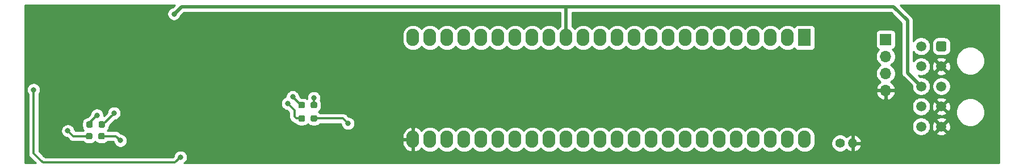
<source format=gbr>
%TF.GenerationSoftware,KiCad,Pcbnew,5.1.9-1.fc33*%
%TF.CreationDate,2021-04-16T18:18:08+01:00*%
%TF.ProjectId,cryosub_top_v01,6372796f-7375-4625-9f74-6f705f763031,rev?*%
%TF.SameCoordinates,Original*%
%TF.FileFunction,Copper,L2,Bot*%
%TF.FilePolarity,Positive*%
%FSLAX46Y46*%
G04 Gerber Fmt 4.6, Leading zero omitted, Abs format (unit mm)*
G04 Created by KiCad (PCBNEW 5.1.9-1.fc33) date 2021-04-16 18:18:08*
%MOMM*%
%LPD*%
G01*
G04 APERTURE LIST*
%TA.AperFunction,ComponentPad*%
%ADD10O,1.400000X1.400000*%
%TD*%
%TA.AperFunction,ComponentPad*%
%ADD11C,1.400000*%
%TD*%
%TA.AperFunction,ComponentPad*%
%ADD12C,1.500000*%
%TD*%
%TA.AperFunction,ComponentPad*%
%ADD13O,1.900000X2.600000*%
%TD*%
%TA.AperFunction,ComponentPad*%
%ADD14R,1.900000X2.600000*%
%TD*%
%TA.AperFunction,ComponentPad*%
%ADD15O,1.700000X1.700000*%
%TD*%
%TA.AperFunction,ComponentPad*%
%ADD16R,1.700000X1.700000*%
%TD*%
%TA.AperFunction,ViaPad*%
%ADD17C,0.800000*%
%TD*%
%TA.AperFunction,Conductor*%
%ADD18C,0.500000*%
%TD*%
%TA.AperFunction,Conductor*%
%ADD19C,0.350000*%
%TD*%
%TA.AperFunction,Conductor*%
%ADD20C,0.254000*%
%TD*%
%TA.AperFunction,Conductor*%
%ADD21C,0.100000*%
%TD*%
G04 APERTURE END LIST*
D10*
%TO.P,TH1,2*%
%TO.N,0*%
X226600000Y-106350000D03*
D11*
%TO.P,TH1,1*%
%TO.N,Net-(J1-Pad10)*%
X224700000Y-106350000D03*
%TD*%
D12*
%TO.P,J1,10*%
%TO.N,Net-(J1-Pad10)*%
X236800000Y-103850000D03*
%TO.P,J1,9*%
X236800000Y-100850000D03*
%TO.P,J1,8*%
%TO.N,/vheat*%
X236800000Y-97850000D03*
%TO.P,J1,7*%
%TO.N,+5V*%
X236800000Y-94850000D03*
%TO.P,J1,6*%
%TO.N,/usb_d+*%
X236800000Y-91850000D03*
%TO.P,J1,5*%
%TO.N,0*%
X239800000Y-103850000D03*
%TO.P,J1,4*%
X239800000Y-100850000D03*
%TO.P,J1,3*%
%TO.N,Net-(J1-Pad3)*%
X239800000Y-97850000D03*
%TO.P,J1,2*%
%TO.N,0*%
X239800000Y-94850000D03*
%TO.P,J1,1*%
%TO.N,/usb_d-*%
%TA.AperFunction,ComponentPad*%
G36*
G01*
X239300000Y-91100000D02*
X240300000Y-91100000D01*
G75*
G02*
X240550000Y-91350000I0J-250000D01*
G01*
X240550000Y-92350000D01*
G75*
G02*
X240300000Y-92600000I-250000J0D01*
G01*
X239300000Y-92600000D01*
G75*
G02*
X239050000Y-92350000I0J250000D01*
G01*
X239050000Y-91350000D01*
G75*
G02*
X239300000Y-91100000I250000J0D01*
G01*
G37*
%TD.AperFunction*%
%TD*%
D13*
%TO.P,U1,48*%
%TO.N,Net-(U1-Pad48)*%
X219400000Y-105790000D03*
%TO.P,U1,24*%
%TO.N,Net-(C1-Pad1)*%
X160980000Y-90550000D03*
%TO.P,U1,47*%
%TO.N,Net-(U1-Pad47)*%
X216860000Y-105790000D03*
%TO.P,U1,23*%
%TO.N,Net-(U1-Pad23)*%
X163520000Y-90550000D03*
%TO.P,U1,46*%
%TO.N,Net-(U1-Pad46)*%
X214320000Y-105790000D03*
%TO.P,U1,22*%
%TO.N,Net-(U1-Pad22)*%
X166060000Y-90550000D03*
%TO.P,U1,45*%
%TO.N,Net-(U1-Pad45)*%
X211780000Y-105790000D03*
%TO.P,U1,21*%
%TO.N,Net-(U1-Pad21)*%
X168600000Y-90550000D03*
%TO.P,U1,44*%
%TO.N,Net-(U1-Pad44)*%
X209240000Y-105790000D03*
%TO.P,U1,20*%
%TO.N,Net-(U1-Pad20)*%
X171140000Y-90550000D03*
%TO.P,U1,43*%
%TO.N,Net-(U1-Pad43)*%
X206700000Y-105790000D03*
%TO.P,U1,19*%
%TO.N,Net-(U1-Pad19)*%
X173680000Y-90550000D03*
%TO.P,U1,42*%
%TO.N,Net-(U1-Pad42)*%
X204160000Y-105790000D03*
%TO.P,U1,18*%
%TO.N,Net-(U1-Pad18)*%
X176220000Y-90550000D03*
%TO.P,U1,41*%
%TO.N,Net-(U1-Pad41)*%
X201620000Y-105790000D03*
%TO.P,U1,17*%
%TO.N,Net-(U1-Pad17)*%
X178760000Y-90550000D03*
%TO.P,U1,40*%
%TO.N,Net-(U1-Pad40)*%
X199080000Y-105790000D03*
%TO.P,U1,16*%
%TO.N,/vcont*%
X181300000Y-90550000D03*
%TO.P,U1,39*%
%TO.N,Net-(U1-Pad39)*%
X196540000Y-105790000D03*
%TO.P,U1,15*%
%TO.N,/vheat*%
X183840000Y-90550000D03*
%TO.P,U1,38*%
%TO.N,Net-(U1-Pad38)*%
X194000000Y-105790000D03*
%TO.P,U1,14*%
%TO.N,Net-(U1-Pad14)*%
X186380000Y-90550000D03*
%TO.P,U1,37*%
%TO.N,Net-(U1-Pad37)*%
X191460000Y-105790000D03*
%TO.P,U1,13*%
%TO.N,Net-(U1-Pad13)*%
X188920000Y-90550000D03*
%TO.P,U1,36*%
%TO.N,Net-(U1-Pad36)*%
X188920000Y-105790000D03*
%TO.P,U1,12*%
%TO.N,Net-(U1-Pad12)*%
X191460000Y-90550000D03*
%TO.P,U1,35*%
%TO.N,Net-(U1-Pad35)*%
X186380000Y-105790000D03*
%TO.P,U1,11*%
%TO.N,Net-(U1-Pad11)*%
X194000000Y-90550000D03*
%TO.P,U1,34*%
%TO.N,Net-(U1-Pad34)*%
X183840000Y-105790000D03*
%TO.P,U1,10*%
%TO.N,Net-(U1-Pad10)*%
X196540000Y-90550000D03*
%TO.P,U1,33*%
%TO.N,Net-(U1-Pad33)*%
X181300000Y-105790000D03*
%TO.P,U1,9*%
%TO.N,Net-(U1-Pad9)*%
X199080000Y-90550000D03*
%TO.P,U1,32*%
%TO.N,Net-(U1-Pad32)*%
X178760000Y-105790000D03*
%TO.P,U1,8*%
%TO.N,Net-(U1-Pad8)*%
X201620000Y-90550000D03*
%TO.P,U1,31*%
%TO.N,Net-(U1-Pad31)*%
X176220000Y-105790000D03*
%TO.P,U1,7*%
%TO.N,Net-(U1-Pad7)*%
X204160000Y-90550000D03*
%TO.P,U1,30*%
%TO.N,Net-(U1-Pad30)*%
X173680000Y-105790000D03*
%TO.P,U1,6*%
%TO.N,Net-(U1-Pad6)*%
X206700000Y-90550000D03*
%TO.P,U1,29*%
%TO.N,Net-(U1-Pad29)*%
X171140000Y-105790000D03*
%TO.P,U1,5*%
%TO.N,Net-(U1-Pad5)*%
X209240000Y-90550000D03*
%TO.P,U1,28*%
%TO.N,Net-(U1-Pad28)*%
X168600000Y-105790000D03*
%TO.P,U1,4*%
%TO.N,Net-(U1-Pad4)*%
X211780000Y-90550000D03*
%TO.P,U1,27*%
%TO.N,Net-(U1-Pad27)*%
X166060000Y-105790000D03*
%TO.P,U1,3*%
%TO.N,Net-(U1-Pad3)*%
X214320000Y-90550000D03*
%TO.P,U1,26*%
%TO.N,Net-(R22-Pad2)*%
X163520000Y-105790000D03*
%TO.P,U1,2*%
%TO.N,Net-(U1-Pad2)*%
X216860000Y-90550000D03*
%TO.P,U1,25*%
%TO.N,0*%
X160980000Y-105790000D03*
D14*
%TO.P,U1,1*%
%TO.N,Net-(U1-Pad1)*%
X219400000Y-90550000D03*
%TD*%
%TO.P,R15,2*%
%TO.N,/on When Cold/vd2*%
%TA.AperFunction,SMDPad,CuDef*%
G36*
G01*
X113237500Y-103312500D02*
X113237500Y-103787500D01*
G75*
G02*
X113000000Y-104025000I-237500J0D01*
G01*
X112500000Y-104025000D01*
G75*
G02*
X112262500Y-103787500I0J237500D01*
G01*
X112262500Y-103312500D01*
G75*
G02*
X112500000Y-103075000I237500J0D01*
G01*
X113000000Y-103075000D01*
G75*
G02*
X113237500Y-103312500I0J-237500D01*
G01*
G37*
%TD.AperFunction*%
%TO.P,R15,1*%
%TO.N,/on When Cold/vg1*%
%TA.AperFunction,SMDPad,CuDef*%
G36*
G01*
X115062500Y-103312500D02*
X115062500Y-103787500D01*
G75*
G02*
X114825000Y-104025000I-237500J0D01*
G01*
X114325000Y-104025000D01*
G75*
G02*
X114087500Y-103787500I0J237500D01*
G01*
X114087500Y-103312500D01*
G75*
G02*
X114325000Y-103075000I237500J0D01*
G01*
X114825000Y-103075000D01*
G75*
G02*
X115062500Y-103312500I0J-237500D01*
G01*
G37*
%TD.AperFunction*%
%TD*%
%TO.P,R13,2*%
%TO.N,/on When Cold/vg2*%
%TA.AperFunction,SMDPad,CuDef*%
G36*
G01*
X113187500Y-105062500D02*
X113187500Y-105537500D01*
G75*
G02*
X112950000Y-105775000I-237500J0D01*
G01*
X112450000Y-105775000D01*
G75*
G02*
X112212500Y-105537500I0J237500D01*
G01*
X112212500Y-105062500D01*
G75*
G02*
X112450000Y-104825000I237500J0D01*
G01*
X112950000Y-104825000D01*
G75*
G02*
X113187500Y-105062500I0J-237500D01*
G01*
G37*
%TD.AperFunction*%
%TO.P,R13,1*%
%TO.N,/on When Cold/vd1*%
%TA.AperFunction,SMDPad,CuDef*%
G36*
G01*
X115012500Y-105062500D02*
X115012500Y-105537500D01*
G75*
G02*
X114775000Y-105775000I-237500J0D01*
G01*
X114275000Y-105775000D01*
G75*
G02*
X114037500Y-105537500I0J237500D01*
G01*
X114037500Y-105062500D01*
G75*
G02*
X114275000Y-104825000I237500J0D01*
G01*
X114775000Y-104825000D01*
G75*
G02*
X115012500Y-105062500I0J-237500D01*
G01*
G37*
%TD.AperFunction*%
%TD*%
%TO.P,R6,2*%
%TO.N,/on When Warm/vd2*%
%TA.AperFunction,SMDPad,CuDef*%
G36*
G01*
X144875000Y-100412500D02*
X144875000Y-100887500D01*
G75*
G02*
X144637500Y-101125000I-237500J0D01*
G01*
X144137500Y-101125000D01*
G75*
G02*
X143900000Y-100887500I0J237500D01*
G01*
X143900000Y-100412500D01*
G75*
G02*
X144137500Y-100175000I237500J0D01*
G01*
X144637500Y-100175000D01*
G75*
G02*
X144875000Y-100412500I0J-237500D01*
G01*
G37*
%TD.AperFunction*%
%TO.P,R6,1*%
%TO.N,/on When Warm/vg1*%
%TA.AperFunction,SMDPad,CuDef*%
G36*
G01*
X146700000Y-100412500D02*
X146700000Y-100887500D01*
G75*
G02*
X146462500Y-101125000I-237500J0D01*
G01*
X145962500Y-101125000D01*
G75*
G02*
X145725000Y-100887500I0J237500D01*
G01*
X145725000Y-100412500D01*
G75*
G02*
X145962500Y-100175000I237500J0D01*
G01*
X146462500Y-100175000D01*
G75*
G02*
X146700000Y-100412500I0J-237500D01*
G01*
G37*
%TD.AperFunction*%
%TD*%
%TO.P,R4,2*%
%TO.N,/on When Warm/vg2*%
%TA.AperFunction,SMDPad,CuDef*%
G36*
G01*
X144875000Y-102412500D02*
X144875000Y-102887500D01*
G75*
G02*
X144637500Y-103125000I-237500J0D01*
G01*
X144137500Y-103125000D01*
G75*
G02*
X143900000Y-102887500I0J237500D01*
G01*
X143900000Y-102412500D01*
G75*
G02*
X144137500Y-102175000I237500J0D01*
G01*
X144637500Y-102175000D01*
G75*
G02*
X144875000Y-102412500I0J-237500D01*
G01*
G37*
%TD.AperFunction*%
%TO.P,R4,1*%
%TO.N,/on When Warm/VD1*%
%TA.AperFunction,SMDPad,CuDef*%
G36*
G01*
X146700000Y-102412500D02*
X146700000Y-102887500D01*
G75*
G02*
X146462500Y-103125000I-237500J0D01*
G01*
X145962500Y-103125000D01*
G75*
G02*
X145725000Y-102887500I0J237500D01*
G01*
X145725000Y-102412500D01*
G75*
G02*
X145962500Y-102175000I237500J0D01*
G01*
X146462500Y-102175000D01*
G75*
G02*
X146700000Y-102412500I0J-237500D01*
G01*
G37*
%TD.AperFunction*%
%TD*%
D15*
%TO.P,J2,4*%
%TO.N,0*%
X231500000Y-98450000D03*
%TO.P,J2,3*%
%TO.N,/usb_d-*%
X231500000Y-95910000D03*
%TO.P,J2,2*%
%TO.N,/usb_d+*%
X231500000Y-93370000D03*
D16*
%TO.P,J2,1*%
%TO.N,+5V*%
X231500000Y-90830000D03*
%TD*%
D17*
%TO.N,0*%
X145300000Y-106650000D03*
X147300000Y-106650000D03*
X141800000Y-105650000D03*
X151550000Y-95650000D03*
X126100000Y-95600000D03*
X129600000Y-95600000D03*
X133100000Y-95600000D03*
X126100000Y-99100000D03*
X129600000Y-99100000D03*
X133100000Y-99100000D03*
X126100000Y-102600000D03*
X129600000Y-102600000D03*
X133100000Y-102600000D03*
X106000000Y-107700000D03*
X115650000Y-108200000D03*
X115400000Y-97500000D03*
X120250000Y-96400000D03*
X158250000Y-106000000D03*
X155400000Y-90150000D03*
X156550000Y-88450000D03*
X133925000Y-89775000D03*
X129975000Y-89775000D03*
X123050000Y-88050000D03*
%TO.N,/vheat*%
X125350000Y-87000000D03*
%TO.N,Net-(D1-Pad1)*%
X104400000Y-98350000D03*
X126300002Y-108450000D03*
%TO.N,/on When Cold/vd2*%
X113850000Y-102150000D03*
%TO.N,/on When Warm/VD1*%
X151300000Y-103400000D03*
%TO.N,/on When Warm/vg1*%
X146212500Y-99562500D03*
%TO.N,/on When Warm/vd2*%
X143050000Y-99400000D03*
%TO.N,/on When Warm/vg2*%
X142300000Y-100400000D03*
%TO.N,/on When Cold/vd1*%
X117350000Y-105950000D03*
%TO.N,/on When Cold/vg1*%
X116400000Y-101850000D03*
%TO.N,/on When Cold/vg2*%
X109500000Y-104500000D03*
%TD*%
D18*
%TO.N,/vheat*%
X234750000Y-95800000D02*
X236800000Y-97850000D01*
X234750000Y-88000000D02*
X234750000Y-95800000D01*
X232650000Y-85900000D02*
X234750000Y-88000000D01*
X125350000Y-87000000D02*
X126450000Y-85900000D01*
X183840000Y-86060000D02*
X184000000Y-85900000D01*
X184000000Y-85900000D02*
X232650000Y-85900000D01*
X183840000Y-90550000D02*
X183840000Y-86060000D01*
X126450000Y-85900000D02*
X184000000Y-85900000D01*
D19*
%TO.N,Net-(D1-Pad1)*%
X125500002Y-109250000D02*
X126300002Y-108450000D01*
X105800000Y-109250000D02*
X125500002Y-109250000D01*
X105525001Y-108975001D02*
X105800000Y-109250000D01*
X105475001Y-108975001D02*
X105525001Y-108975001D01*
X104400000Y-107900000D02*
X105475001Y-108975001D01*
X104400000Y-98350000D02*
X104400000Y-107900000D01*
%TO.N,/on When Cold/vd2*%
X112750000Y-103550000D02*
X112750000Y-103250000D01*
X112750000Y-103250000D02*
X113850000Y-102150000D01*
%TO.N,/on When Warm/VD1*%
X146212500Y-102650000D02*
X150550000Y-102650000D01*
X150550000Y-102650000D02*
X151300000Y-103400000D01*
%TO.N,/on When Warm/vg1*%
X146212500Y-100650000D02*
X146212500Y-99562500D01*
%TO.N,/on When Warm/vd2*%
X144387500Y-100650000D02*
X144300000Y-100650000D01*
X144300000Y-100650000D02*
X143050000Y-99400000D01*
%TO.N,/on When Warm/vg2*%
X144387500Y-102650000D02*
X143550000Y-102650000D01*
X143550000Y-102650000D02*
X143300000Y-102400000D01*
X143300000Y-102400000D02*
X143300000Y-101400000D01*
X143300000Y-101400000D02*
X142300000Y-100400000D01*
%TO.N,/on When Cold/vd1*%
X114525000Y-105300000D02*
X116700000Y-105300000D01*
X116700000Y-105300000D02*
X117350000Y-105950000D01*
%TO.N,/on When Cold/vg1*%
X114575000Y-103550000D02*
X114750000Y-103550000D01*
X116400000Y-101900000D02*
X116400000Y-101850000D01*
X114750000Y-103550000D02*
X116400000Y-101900000D01*
%TO.N,/on When Cold/vg2*%
X112700000Y-105300000D02*
X110300000Y-105300000D01*
X110300000Y-105300000D02*
X109500000Y-104500000D01*
%TD*%
D20*
%TO.N,0*%
X125104957Y-85993465D02*
X125048102Y-86004774D01*
X124859744Y-86082795D01*
X124690226Y-86196063D01*
X124546063Y-86340226D01*
X124432795Y-86509744D01*
X124354774Y-86698102D01*
X124315000Y-86898061D01*
X124315000Y-87101939D01*
X124354774Y-87301898D01*
X124432795Y-87490256D01*
X124546063Y-87659774D01*
X124690226Y-87803937D01*
X124859744Y-87917205D01*
X125048102Y-87995226D01*
X125248061Y-88035000D01*
X125451939Y-88035000D01*
X125651898Y-87995226D01*
X125840256Y-87917205D01*
X126009774Y-87803937D01*
X126153937Y-87659774D01*
X126267205Y-87490256D01*
X126345226Y-87301898D01*
X126356535Y-87245043D01*
X126816579Y-86785000D01*
X182955001Y-86785000D01*
X182955000Y-88875877D01*
X182713813Y-89073813D01*
X182570000Y-89249050D01*
X182426187Y-89073813D01*
X182184839Y-88875744D01*
X181909488Y-88728566D01*
X181610714Y-88637934D01*
X181300000Y-88607331D01*
X180989287Y-88637934D01*
X180690513Y-88728566D01*
X180415162Y-88875744D01*
X180173813Y-89073813D01*
X180030000Y-89249050D01*
X179886187Y-89073813D01*
X179644839Y-88875744D01*
X179369488Y-88728566D01*
X179070714Y-88637934D01*
X178760000Y-88607331D01*
X178449287Y-88637934D01*
X178150513Y-88728566D01*
X177875162Y-88875744D01*
X177633813Y-89073813D01*
X177490000Y-89249050D01*
X177346187Y-89073813D01*
X177104839Y-88875744D01*
X176829488Y-88728566D01*
X176530714Y-88637934D01*
X176220000Y-88607331D01*
X175909287Y-88637934D01*
X175610513Y-88728566D01*
X175335162Y-88875744D01*
X175093813Y-89073813D01*
X174950000Y-89249050D01*
X174806187Y-89073813D01*
X174564839Y-88875744D01*
X174289488Y-88728566D01*
X173990714Y-88637934D01*
X173680000Y-88607331D01*
X173369287Y-88637934D01*
X173070513Y-88728566D01*
X172795162Y-88875744D01*
X172553813Y-89073813D01*
X172410000Y-89249050D01*
X172266187Y-89073813D01*
X172024839Y-88875744D01*
X171749488Y-88728566D01*
X171450714Y-88637934D01*
X171140000Y-88607331D01*
X170829287Y-88637934D01*
X170530513Y-88728566D01*
X170255162Y-88875744D01*
X170013813Y-89073813D01*
X169870000Y-89249050D01*
X169726187Y-89073813D01*
X169484839Y-88875744D01*
X169209488Y-88728566D01*
X168910714Y-88637934D01*
X168600000Y-88607331D01*
X168289287Y-88637934D01*
X167990513Y-88728566D01*
X167715162Y-88875744D01*
X167473813Y-89073813D01*
X167330000Y-89249050D01*
X167186187Y-89073813D01*
X166944839Y-88875744D01*
X166669488Y-88728566D01*
X166370714Y-88637934D01*
X166060000Y-88607331D01*
X165749287Y-88637934D01*
X165450513Y-88728566D01*
X165175162Y-88875744D01*
X164933813Y-89073813D01*
X164790000Y-89249050D01*
X164646187Y-89073813D01*
X164404839Y-88875744D01*
X164129488Y-88728566D01*
X163830714Y-88637934D01*
X163520000Y-88607331D01*
X163209287Y-88637934D01*
X162910513Y-88728566D01*
X162635162Y-88875744D01*
X162393813Y-89073813D01*
X162250000Y-89249050D01*
X162106187Y-89073813D01*
X161864839Y-88875744D01*
X161589488Y-88728566D01*
X161290714Y-88637934D01*
X160980000Y-88607331D01*
X160669287Y-88637934D01*
X160370513Y-88728566D01*
X160095162Y-88875744D01*
X159853813Y-89073813D01*
X159655744Y-89315161D01*
X159508566Y-89590512D01*
X159417934Y-89889286D01*
X159395000Y-90122136D01*
X159395000Y-90977863D01*
X159417934Y-91210713D01*
X159508566Y-91509487D01*
X159655744Y-91784838D01*
X159853813Y-92026187D01*
X160095161Y-92224256D01*
X160370512Y-92371434D01*
X160669286Y-92462066D01*
X160980000Y-92492669D01*
X161290713Y-92462066D01*
X161589487Y-92371434D01*
X161864838Y-92224256D01*
X162106187Y-92026187D01*
X162250000Y-91850950D01*
X162393813Y-92026187D01*
X162635161Y-92224256D01*
X162910512Y-92371434D01*
X163209286Y-92462066D01*
X163520000Y-92492669D01*
X163830713Y-92462066D01*
X164129487Y-92371434D01*
X164404838Y-92224256D01*
X164646187Y-92026187D01*
X164790000Y-91850950D01*
X164933813Y-92026187D01*
X165175161Y-92224256D01*
X165450512Y-92371434D01*
X165749286Y-92462066D01*
X166060000Y-92492669D01*
X166370713Y-92462066D01*
X166669487Y-92371434D01*
X166944838Y-92224256D01*
X167186187Y-92026187D01*
X167330000Y-91850950D01*
X167473813Y-92026187D01*
X167715161Y-92224256D01*
X167990512Y-92371434D01*
X168289286Y-92462066D01*
X168600000Y-92492669D01*
X168910713Y-92462066D01*
X169209487Y-92371434D01*
X169484838Y-92224256D01*
X169726187Y-92026187D01*
X169870000Y-91850950D01*
X170013813Y-92026187D01*
X170255161Y-92224256D01*
X170530512Y-92371434D01*
X170829286Y-92462066D01*
X171140000Y-92492669D01*
X171450713Y-92462066D01*
X171749487Y-92371434D01*
X172024838Y-92224256D01*
X172266187Y-92026187D01*
X172410000Y-91850950D01*
X172553813Y-92026187D01*
X172795161Y-92224256D01*
X173070512Y-92371434D01*
X173369286Y-92462066D01*
X173680000Y-92492669D01*
X173990713Y-92462066D01*
X174289487Y-92371434D01*
X174564838Y-92224256D01*
X174806187Y-92026187D01*
X174950000Y-91850950D01*
X175093813Y-92026187D01*
X175335161Y-92224256D01*
X175610512Y-92371434D01*
X175909286Y-92462066D01*
X176220000Y-92492669D01*
X176530713Y-92462066D01*
X176829487Y-92371434D01*
X177104838Y-92224256D01*
X177346187Y-92026187D01*
X177490000Y-91850950D01*
X177633813Y-92026187D01*
X177875161Y-92224256D01*
X178150512Y-92371434D01*
X178449286Y-92462066D01*
X178760000Y-92492669D01*
X179070713Y-92462066D01*
X179369487Y-92371434D01*
X179644838Y-92224256D01*
X179886187Y-92026187D01*
X180030000Y-91850950D01*
X180173813Y-92026187D01*
X180415161Y-92224256D01*
X180690512Y-92371434D01*
X180989286Y-92462066D01*
X181300000Y-92492669D01*
X181610713Y-92462066D01*
X181909487Y-92371434D01*
X182184838Y-92224256D01*
X182426187Y-92026187D01*
X182570000Y-91850950D01*
X182713813Y-92026187D01*
X182955161Y-92224256D01*
X183230512Y-92371434D01*
X183529286Y-92462066D01*
X183840000Y-92492669D01*
X184150713Y-92462066D01*
X184449487Y-92371434D01*
X184724838Y-92224256D01*
X184966187Y-92026187D01*
X185110000Y-91850950D01*
X185253813Y-92026187D01*
X185495161Y-92224256D01*
X185770512Y-92371434D01*
X186069286Y-92462066D01*
X186380000Y-92492669D01*
X186690713Y-92462066D01*
X186989487Y-92371434D01*
X187264838Y-92224256D01*
X187506187Y-92026187D01*
X187650000Y-91850950D01*
X187793813Y-92026187D01*
X188035161Y-92224256D01*
X188310512Y-92371434D01*
X188609286Y-92462066D01*
X188920000Y-92492669D01*
X189230713Y-92462066D01*
X189529487Y-92371434D01*
X189804838Y-92224256D01*
X190046187Y-92026187D01*
X190190000Y-91850950D01*
X190333813Y-92026187D01*
X190575161Y-92224256D01*
X190850512Y-92371434D01*
X191149286Y-92462066D01*
X191460000Y-92492669D01*
X191770713Y-92462066D01*
X192069487Y-92371434D01*
X192344838Y-92224256D01*
X192586187Y-92026187D01*
X192730000Y-91850950D01*
X192873813Y-92026187D01*
X193115161Y-92224256D01*
X193390512Y-92371434D01*
X193689286Y-92462066D01*
X194000000Y-92492669D01*
X194310713Y-92462066D01*
X194609487Y-92371434D01*
X194884838Y-92224256D01*
X195126187Y-92026187D01*
X195270000Y-91850950D01*
X195413813Y-92026187D01*
X195655161Y-92224256D01*
X195930512Y-92371434D01*
X196229286Y-92462066D01*
X196540000Y-92492669D01*
X196850713Y-92462066D01*
X197149487Y-92371434D01*
X197424838Y-92224256D01*
X197666187Y-92026187D01*
X197810000Y-91850950D01*
X197953813Y-92026187D01*
X198195161Y-92224256D01*
X198470512Y-92371434D01*
X198769286Y-92462066D01*
X199080000Y-92492669D01*
X199390713Y-92462066D01*
X199689487Y-92371434D01*
X199964838Y-92224256D01*
X200206187Y-92026187D01*
X200350000Y-91850950D01*
X200493813Y-92026187D01*
X200735161Y-92224256D01*
X201010512Y-92371434D01*
X201309286Y-92462066D01*
X201620000Y-92492669D01*
X201930713Y-92462066D01*
X202229487Y-92371434D01*
X202504838Y-92224256D01*
X202746187Y-92026187D01*
X202890000Y-91850950D01*
X203033813Y-92026187D01*
X203275161Y-92224256D01*
X203550512Y-92371434D01*
X203849286Y-92462066D01*
X204160000Y-92492669D01*
X204470713Y-92462066D01*
X204769487Y-92371434D01*
X205044838Y-92224256D01*
X205286187Y-92026187D01*
X205430000Y-91850950D01*
X205573813Y-92026187D01*
X205815161Y-92224256D01*
X206090512Y-92371434D01*
X206389286Y-92462066D01*
X206700000Y-92492669D01*
X207010713Y-92462066D01*
X207309487Y-92371434D01*
X207584838Y-92224256D01*
X207826187Y-92026187D01*
X207970000Y-91850950D01*
X208113813Y-92026187D01*
X208355161Y-92224256D01*
X208630512Y-92371434D01*
X208929286Y-92462066D01*
X209240000Y-92492669D01*
X209550713Y-92462066D01*
X209849487Y-92371434D01*
X210124838Y-92224256D01*
X210366187Y-92026187D01*
X210510000Y-91850950D01*
X210653813Y-92026187D01*
X210895161Y-92224256D01*
X211170512Y-92371434D01*
X211469286Y-92462066D01*
X211780000Y-92492669D01*
X212090713Y-92462066D01*
X212389487Y-92371434D01*
X212664838Y-92224256D01*
X212906187Y-92026187D01*
X213050000Y-91850950D01*
X213193813Y-92026187D01*
X213435161Y-92224256D01*
X213710512Y-92371434D01*
X214009286Y-92462066D01*
X214320000Y-92492669D01*
X214630713Y-92462066D01*
X214929487Y-92371434D01*
X215204838Y-92224256D01*
X215446187Y-92026187D01*
X215590000Y-91850950D01*
X215733813Y-92026187D01*
X215975161Y-92224256D01*
X216250512Y-92371434D01*
X216549286Y-92462066D01*
X216860000Y-92492669D01*
X217170713Y-92462066D01*
X217469487Y-92371434D01*
X217744838Y-92224256D01*
X217873560Y-92118617D01*
X217919463Y-92204494D01*
X217998815Y-92301185D01*
X218095506Y-92380537D01*
X218205820Y-92439502D01*
X218325518Y-92475812D01*
X218450000Y-92488072D01*
X220350000Y-92488072D01*
X220474482Y-92475812D01*
X220594180Y-92439502D01*
X220704494Y-92380537D01*
X220801185Y-92301185D01*
X220880537Y-92204494D01*
X220939502Y-92094180D01*
X220975812Y-91974482D01*
X220988072Y-91850000D01*
X220988072Y-89980000D01*
X230011928Y-89980000D01*
X230011928Y-91680000D01*
X230024188Y-91804482D01*
X230060498Y-91924180D01*
X230119463Y-92034494D01*
X230198815Y-92131185D01*
X230295506Y-92210537D01*
X230405820Y-92269502D01*
X230478380Y-92291513D01*
X230346525Y-92423368D01*
X230184010Y-92666589D01*
X230072068Y-92936842D01*
X230015000Y-93223740D01*
X230015000Y-93516260D01*
X230072068Y-93803158D01*
X230184010Y-94073411D01*
X230346525Y-94316632D01*
X230553368Y-94523475D01*
X230727760Y-94640000D01*
X230553368Y-94756525D01*
X230346525Y-94963368D01*
X230184010Y-95206589D01*
X230072068Y-95476842D01*
X230015000Y-95763740D01*
X230015000Y-96056260D01*
X230072068Y-96343158D01*
X230184010Y-96613411D01*
X230346525Y-96856632D01*
X230553368Y-97063475D01*
X230735534Y-97185195D01*
X230618645Y-97254822D01*
X230402412Y-97449731D01*
X230228359Y-97683080D01*
X230103175Y-97945901D01*
X230058524Y-98093110D01*
X230179845Y-98323000D01*
X231373000Y-98323000D01*
X231373000Y-98303000D01*
X231627000Y-98303000D01*
X231627000Y-98323000D01*
X232820155Y-98323000D01*
X232941476Y-98093110D01*
X232896825Y-97945901D01*
X232771641Y-97683080D01*
X232597588Y-97449731D01*
X232381355Y-97254822D01*
X232264466Y-97185195D01*
X232446632Y-97063475D01*
X232653475Y-96856632D01*
X232815990Y-96613411D01*
X232927932Y-96343158D01*
X232985000Y-96056260D01*
X232985000Y-95763740D01*
X232927932Y-95476842D01*
X232815990Y-95206589D01*
X232653475Y-94963368D01*
X232446632Y-94756525D01*
X232272240Y-94640000D01*
X232446632Y-94523475D01*
X232653475Y-94316632D01*
X232815990Y-94073411D01*
X232927932Y-93803158D01*
X232985000Y-93516260D01*
X232985000Y-93223740D01*
X232927932Y-92936842D01*
X232815990Y-92666589D01*
X232653475Y-92423368D01*
X232521620Y-92291513D01*
X232594180Y-92269502D01*
X232704494Y-92210537D01*
X232801185Y-92131185D01*
X232880537Y-92034494D01*
X232939502Y-91924180D01*
X232975812Y-91804482D01*
X232988072Y-91680000D01*
X232988072Y-89980000D01*
X232975812Y-89855518D01*
X232939502Y-89735820D01*
X232880537Y-89625506D01*
X232801185Y-89528815D01*
X232704494Y-89449463D01*
X232594180Y-89390498D01*
X232474482Y-89354188D01*
X232350000Y-89341928D01*
X230650000Y-89341928D01*
X230525518Y-89354188D01*
X230405820Y-89390498D01*
X230295506Y-89449463D01*
X230198815Y-89528815D01*
X230119463Y-89625506D01*
X230060498Y-89735820D01*
X230024188Y-89855518D01*
X230011928Y-89980000D01*
X220988072Y-89980000D01*
X220988072Y-89250000D01*
X220975812Y-89125518D01*
X220939502Y-89005820D01*
X220880537Y-88895506D01*
X220801185Y-88798815D01*
X220704494Y-88719463D01*
X220594180Y-88660498D01*
X220474482Y-88624188D01*
X220350000Y-88611928D01*
X218450000Y-88611928D01*
X218325518Y-88624188D01*
X218205820Y-88660498D01*
X218095506Y-88719463D01*
X217998815Y-88798815D01*
X217919463Y-88895506D01*
X217873560Y-88981383D01*
X217744839Y-88875744D01*
X217469488Y-88728566D01*
X217170714Y-88637934D01*
X216860000Y-88607331D01*
X216549287Y-88637934D01*
X216250513Y-88728566D01*
X215975162Y-88875744D01*
X215733813Y-89073813D01*
X215590000Y-89249050D01*
X215446187Y-89073813D01*
X215204839Y-88875744D01*
X214929488Y-88728566D01*
X214630714Y-88637934D01*
X214320000Y-88607331D01*
X214009287Y-88637934D01*
X213710513Y-88728566D01*
X213435162Y-88875744D01*
X213193813Y-89073813D01*
X213050000Y-89249050D01*
X212906187Y-89073813D01*
X212664839Y-88875744D01*
X212389488Y-88728566D01*
X212090714Y-88637934D01*
X211780000Y-88607331D01*
X211469287Y-88637934D01*
X211170513Y-88728566D01*
X210895162Y-88875744D01*
X210653813Y-89073813D01*
X210510000Y-89249050D01*
X210366187Y-89073813D01*
X210124839Y-88875744D01*
X209849488Y-88728566D01*
X209550714Y-88637934D01*
X209240000Y-88607331D01*
X208929287Y-88637934D01*
X208630513Y-88728566D01*
X208355162Y-88875744D01*
X208113813Y-89073813D01*
X207970000Y-89249050D01*
X207826187Y-89073813D01*
X207584839Y-88875744D01*
X207309488Y-88728566D01*
X207010714Y-88637934D01*
X206700000Y-88607331D01*
X206389287Y-88637934D01*
X206090513Y-88728566D01*
X205815162Y-88875744D01*
X205573813Y-89073813D01*
X205430000Y-89249050D01*
X205286187Y-89073813D01*
X205044839Y-88875744D01*
X204769488Y-88728566D01*
X204470714Y-88637934D01*
X204160000Y-88607331D01*
X203849287Y-88637934D01*
X203550513Y-88728566D01*
X203275162Y-88875744D01*
X203033813Y-89073813D01*
X202890000Y-89249050D01*
X202746187Y-89073813D01*
X202504839Y-88875744D01*
X202229488Y-88728566D01*
X201930714Y-88637934D01*
X201620000Y-88607331D01*
X201309287Y-88637934D01*
X201010513Y-88728566D01*
X200735162Y-88875744D01*
X200493813Y-89073813D01*
X200350000Y-89249050D01*
X200206187Y-89073813D01*
X199964839Y-88875744D01*
X199689488Y-88728566D01*
X199390714Y-88637934D01*
X199080000Y-88607331D01*
X198769287Y-88637934D01*
X198470513Y-88728566D01*
X198195162Y-88875744D01*
X197953813Y-89073813D01*
X197810000Y-89249050D01*
X197666187Y-89073813D01*
X197424839Y-88875744D01*
X197149488Y-88728566D01*
X196850714Y-88637934D01*
X196540000Y-88607331D01*
X196229287Y-88637934D01*
X195930513Y-88728566D01*
X195655162Y-88875744D01*
X195413813Y-89073813D01*
X195270000Y-89249050D01*
X195126187Y-89073813D01*
X194884839Y-88875744D01*
X194609488Y-88728566D01*
X194310714Y-88637934D01*
X194000000Y-88607331D01*
X193689287Y-88637934D01*
X193390513Y-88728566D01*
X193115162Y-88875744D01*
X192873813Y-89073813D01*
X192730000Y-89249050D01*
X192586187Y-89073813D01*
X192344839Y-88875744D01*
X192069488Y-88728566D01*
X191770714Y-88637934D01*
X191460000Y-88607331D01*
X191149287Y-88637934D01*
X190850513Y-88728566D01*
X190575162Y-88875744D01*
X190333813Y-89073813D01*
X190190000Y-89249050D01*
X190046187Y-89073813D01*
X189804839Y-88875744D01*
X189529488Y-88728566D01*
X189230714Y-88637934D01*
X188920000Y-88607331D01*
X188609287Y-88637934D01*
X188310513Y-88728566D01*
X188035162Y-88875744D01*
X187793813Y-89073813D01*
X187650000Y-89249050D01*
X187506187Y-89073813D01*
X187264839Y-88875744D01*
X186989488Y-88728566D01*
X186690714Y-88637934D01*
X186380000Y-88607331D01*
X186069287Y-88637934D01*
X185770513Y-88728566D01*
X185495162Y-88875744D01*
X185253813Y-89073813D01*
X185110000Y-89249050D01*
X184966187Y-89073813D01*
X184725000Y-88875876D01*
X184725000Y-86785000D01*
X232283422Y-86785000D01*
X233865000Y-88366579D01*
X233865001Y-95756521D01*
X233860719Y-95800000D01*
X233877805Y-95973490D01*
X233928412Y-96140313D01*
X234010590Y-96294059D01*
X234093468Y-96395046D01*
X234093471Y-96395049D01*
X234121184Y-96428817D01*
X234154951Y-96456529D01*
X235415000Y-97716579D01*
X235415000Y-97986411D01*
X235468225Y-98253989D01*
X235572629Y-98506043D01*
X235724201Y-98732886D01*
X235917114Y-98925799D01*
X236143957Y-99077371D01*
X236396011Y-99181775D01*
X236663589Y-99235000D01*
X236936411Y-99235000D01*
X237203989Y-99181775D01*
X237456043Y-99077371D01*
X237682886Y-98925799D01*
X237875799Y-98732886D01*
X238027371Y-98506043D01*
X238131775Y-98253989D01*
X238185000Y-97986411D01*
X238185000Y-97713589D01*
X238415000Y-97713589D01*
X238415000Y-97986411D01*
X238468225Y-98253989D01*
X238572629Y-98506043D01*
X238724201Y-98732886D01*
X238917114Y-98925799D01*
X239143957Y-99077371D01*
X239396011Y-99181775D01*
X239663589Y-99235000D01*
X239936411Y-99235000D01*
X240203989Y-99181775D01*
X240456043Y-99077371D01*
X240682886Y-98925799D01*
X240875799Y-98732886D01*
X241027371Y-98506043D01*
X241131775Y-98253989D01*
X241185000Y-97986411D01*
X241185000Y-97713589D01*
X241131775Y-97446011D01*
X241027371Y-97193957D01*
X240875799Y-96967114D01*
X240682886Y-96774201D01*
X240456043Y-96622629D01*
X240203989Y-96518225D01*
X239936411Y-96465000D01*
X239663589Y-96465000D01*
X239396011Y-96518225D01*
X239143957Y-96622629D01*
X238917114Y-96774201D01*
X238724201Y-96967114D01*
X238572629Y-97193957D01*
X238468225Y-97446011D01*
X238415000Y-97713589D01*
X238185000Y-97713589D01*
X238131775Y-97446011D01*
X238027371Y-97193957D01*
X237875799Y-96967114D01*
X237682886Y-96774201D01*
X237456043Y-96622629D01*
X237203989Y-96518225D01*
X236936411Y-96465000D01*
X236666579Y-96465000D01*
X236374403Y-96172825D01*
X236396011Y-96181775D01*
X236663589Y-96235000D01*
X236936411Y-96235000D01*
X237203989Y-96181775D01*
X237456043Y-96077371D01*
X237682886Y-95925799D01*
X237801692Y-95806993D01*
X239022612Y-95806993D01*
X239088137Y-96045860D01*
X239335116Y-96161760D01*
X239599960Y-96227250D01*
X239872492Y-96239812D01*
X240142238Y-96198965D01*
X240398832Y-96106277D01*
X240511863Y-96045860D01*
X240577388Y-95806993D01*
X239800000Y-95029605D01*
X239022612Y-95806993D01*
X237801692Y-95806993D01*
X237875799Y-95732886D01*
X238027371Y-95506043D01*
X238131775Y-95253989D01*
X238185000Y-94986411D01*
X238185000Y-94922492D01*
X238410188Y-94922492D01*
X238451035Y-95192238D01*
X238543723Y-95448832D01*
X238604140Y-95561863D01*
X238843007Y-95627388D01*
X239620395Y-94850000D01*
X239979605Y-94850000D01*
X240756993Y-95627388D01*
X240995860Y-95561863D01*
X241111760Y-95314884D01*
X241177250Y-95050040D01*
X241189812Y-94777508D01*
X241148965Y-94507762D01*
X241056277Y-94251168D01*
X240995860Y-94138137D01*
X240756993Y-94072612D01*
X239979605Y-94850000D01*
X239620395Y-94850000D01*
X238843007Y-94072612D01*
X238604140Y-94138137D01*
X238488240Y-94385116D01*
X238422750Y-94649960D01*
X238410188Y-94922492D01*
X238185000Y-94922492D01*
X238185000Y-94713589D01*
X238131775Y-94446011D01*
X238027371Y-94193957D01*
X237875799Y-93967114D01*
X237801692Y-93893007D01*
X239022612Y-93893007D01*
X239800000Y-94670395D01*
X240577388Y-93893007D01*
X240551799Y-93799721D01*
X241985000Y-93799721D01*
X241985000Y-94220279D01*
X242067047Y-94632756D01*
X242227988Y-95021302D01*
X242461637Y-95370983D01*
X242759017Y-95668363D01*
X243108698Y-95902012D01*
X243497244Y-96062953D01*
X243909721Y-96145000D01*
X244330279Y-96145000D01*
X244742756Y-96062953D01*
X245131302Y-95902012D01*
X245480983Y-95668363D01*
X245778363Y-95370983D01*
X246012012Y-95021302D01*
X246172953Y-94632756D01*
X246255000Y-94220279D01*
X246255000Y-93799721D01*
X246172953Y-93387244D01*
X246012012Y-92998698D01*
X245778363Y-92649017D01*
X245480983Y-92351637D01*
X245131302Y-92117988D01*
X244742756Y-91957047D01*
X244330279Y-91875000D01*
X243909721Y-91875000D01*
X243497244Y-91957047D01*
X243108698Y-92117988D01*
X242759017Y-92351637D01*
X242461637Y-92649017D01*
X242227988Y-92998698D01*
X242067047Y-93387244D01*
X241985000Y-93799721D01*
X240551799Y-93799721D01*
X240511863Y-93654140D01*
X240264884Y-93538240D01*
X240000040Y-93472750D01*
X239727508Y-93460188D01*
X239457762Y-93501035D01*
X239201168Y-93593723D01*
X239088137Y-93654140D01*
X239022612Y-93893007D01*
X237801692Y-93893007D01*
X237682886Y-93774201D01*
X237456043Y-93622629D01*
X237203989Y-93518225D01*
X236936411Y-93465000D01*
X236663589Y-93465000D01*
X236396011Y-93518225D01*
X236143957Y-93622629D01*
X235917114Y-93774201D01*
X235724201Y-93967114D01*
X235635000Y-94100612D01*
X235635000Y-92599388D01*
X235724201Y-92732886D01*
X235917114Y-92925799D01*
X236143957Y-93077371D01*
X236396011Y-93181775D01*
X236663589Y-93235000D01*
X236936411Y-93235000D01*
X237203989Y-93181775D01*
X237456043Y-93077371D01*
X237682886Y-92925799D01*
X237875799Y-92732886D01*
X238027371Y-92506043D01*
X238131775Y-92253989D01*
X238185000Y-91986411D01*
X238185000Y-91713589D01*
X238131775Y-91446011D01*
X238092007Y-91350000D01*
X238411928Y-91350000D01*
X238411928Y-92350000D01*
X238428992Y-92523254D01*
X238479528Y-92689850D01*
X238561595Y-92843386D01*
X238672038Y-92977962D01*
X238806614Y-93088405D01*
X238960150Y-93170472D01*
X239126746Y-93221008D01*
X239300000Y-93238072D01*
X240300000Y-93238072D01*
X240473254Y-93221008D01*
X240639850Y-93170472D01*
X240793386Y-93088405D01*
X240927962Y-92977962D01*
X241038405Y-92843386D01*
X241120472Y-92689850D01*
X241171008Y-92523254D01*
X241188072Y-92350000D01*
X241188072Y-91350000D01*
X241171008Y-91176746D01*
X241120472Y-91010150D01*
X241038405Y-90856614D01*
X240927962Y-90722038D01*
X240793386Y-90611595D01*
X240639850Y-90529528D01*
X240473254Y-90478992D01*
X240300000Y-90461928D01*
X239300000Y-90461928D01*
X239126746Y-90478992D01*
X238960150Y-90529528D01*
X238806614Y-90611595D01*
X238672038Y-90722038D01*
X238561595Y-90856614D01*
X238479528Y-91010150D01*
X238428992Y-91176746D01*
X238411928Y-91350000D01*
X238092007Y-91350000D01*
X238027371Y-91193957D01*
X237875799Y-90967114D01*
X237682886Y-90774201D01*
X237456043Y-90622629D01*
X237203989Y-90518225D01*
X236936411Y-90465000D01*
X236663589Y-90465000D01*
X236396011Y-90518225D01*
X236143957Y-90622629D01*
X235917114Y-90774201D01*
X235724201Y-90967114D01*
X235635000Y-91100612D01*
X235635000Y-88043465D01*
X235639281Y-87999999D01*
X235635000Y-87956533D01*
X235635000Y-87956523D01*
X235622195Y-87826510D01*
X235571589Y-87659687D01*
X235489411Y-87505941D01*
X235378817Y-87371183D01*
X235345050Y-87343471D01*
X233661578Y-85660000D01*
X248373000Y-85660000D01*
X248373000Y-109340000D01*
X126830973Y-109340000D01*
X126959776Y-109253937D01*
X127103939Y-109109774D01*
X127217207Y-108940256D01*
X127295228Y-108751898D01*
X127335002Y-108551939D01*
X127335002Y-108348061D01*
X127295228Y-108148102D01*
X127217207Y-107959744D01*
X127103939Y-107790226D01*
X126959776Y-107646063D01*
X126790258Y-107532795D01*
X126601900Y-107454774D01*
X126401941Y-107415000D01*
X126198063Y-107415000D01*
X125998104Y-107454774D01*
X125809746Y-107532795D01*
X125640228Y-107646063D01*
X125496065Y-107790226D01*
X125382797Y-107959744D01*
X125304776Y-108148102D01*
X125267131Y-108337359D01*
X125164490Y-108440000D01*
X106135512Y-108440000D01*
X106125901Y-108430389D01*
X106100529Y-108399473D01*
X105977190Y-108298252D01*
X105905384Y-108259871D01*
X105210000Y-107564488D01*
X105210000Y-104398061D01*
X108465000Y-104398061D01*
X108465000Y-104601939D01*
X108504774Y-104801898D01*
X108582795Y-104990256D01*
X108696063Y-105159774D01*
X108840226Y-105303937D01*
X109009744Y-105417205D01*
X109198102Y-105495226D01*
X109387359Y-105532871D01*
X109699105Y-105844618D01*
X109724472Y-105875528D01*
X109775006Y-105917000D01*
X109847810Y-105976749D01*
X109922500Y-106016671D01*
X109988527Y-106051963D01*
X110141212Y-106098280D01*
X110260209Y-106110000D01*
X110260212Y-106110000D01*
X110300000Y-106113919D01*
X110339788Y-106110000D01*
X111792614Y-106110000D01*
X111830877Y-106156623D01*
X111963558Y-106265512D01*
X112114933Y-106346423D01*
X112279184Y-106396248D01*
X112450000Y-106413072D01*
X112950000Y-106413072D01*
X113120816Y-106396248D01*
X113285067Y-106346423D01*
X113436442Y-106265512D01*
X113569123Y-106156623D01*
X113612500Y-106103768D01*
X113655877Y-106156623D01*
X113788558Y-106265512D01*
X113939933Y-106346423D01*
X114104184Y-106396248D01*
X114275000Y-106413072D01*
X114775000Y-106413072D01*
X114945816Y-106396248D01*
X115110067Y-106346423D01*
X115261442Y-106265512D01*
X115394123Y-106156623D01*
X115432386Y-106110000D01*
X116326549Y-106110000D01*
X116354774Y-106251898D01*
X116432795Y-106440256D01*
X116546063Y-106609774D01*
X116690226Y-106753937D01*
X116859744Y-106867205D01*
X117048102Y-106945226D01*
X117248061Y-106985000D01*
X117451939Y-106985000D01*
X117651898Y-106945226D01*
X117840256Y-106867205D01*
X118009774Y-106753937D01*
X118153937Y-106609774D01*
X118267205Y-106440256D01*
X118345226Y-106251898D01*
X118385000Y-106051939D01*
X118385000Y-105917000D01*
X159395000Y-105917000D01*
X159395000Y-106267000D01*
X159450232Y-106573778D01*
X159564252Y-106863886D01*
X159732678Y-107126175D01*
X159949038Y-107350566D01*
X160205017Y-107528436D01*
X160490779Y-107652949D01*
X160607412Y-107680586D01*
X160853000Y-107560584D01*
X160853000Y-105917000D01*
X159395000Y-105917000D01*
X118385000Y-105917000D01*
X118385000Y-105848061D01*
X118345226Y-105648102D01*
X118267205Y-105459744D01*
X118169155Y-105313000D01*
X159395000Y-105313000D01*
X159395000Y-105663000D01*
X160853000Y-105663000D01*
X160853000Y-104019416D01*
X161107000Y-104019416D01*
X161107000Y-105663000D01*
X161127000Y-105663000D01*
X161127000Y-105917000D01*
X161107000Y-105917000D01*
X161107000Y-107560584D01*
X161352588Y-107680586D01*
X161469221Y-107652949D01*
X161754983Y-107528436D01*
X162010962Y-107350566D01*
X162227322Y-107126175D01*
X162249967Y-107090910D01*
X162393813Y-107266187D01*
X162635161Y-107464256D01*
X162910512Y-107611434D01*
X163209286Y-107702066D01*
X163520000Y-107732669D01*
X163830713Y-107702066D01*
X164129487Y-107611434D01*
X164404838Y-107464256D01*
X164646187Y-107266187D01*
X164790000Y-107090950D01*
X164933813Y-107266187D01*
X165175161Y-107464256D01*
X165450512Y-107611434D01*
X165749286Y-107702066D01*
X166060000Y-107732669D01*
X166370713Y-107702066D01*
X166669487Y-107611434D01*
X166944838Y-107464256D01*
X167186187Y-107266187D01*
X167330000Y-107090950D01*
X167473813Y-107266187D01*
X167715161Y-107464256D01*
X167990512Y-107611434D01*
X168289286Y-107702066D01*
X168600000Y-107732669D01*
X168910713Y-107702066D01*
X169209487Y-107611434D01*
X169484838Y-107464256D01*
X169726187Y-107266187D01*
X169870000Y-107090950D01*
X170013813Y-107266187D01*
X170255161Y-107464256D01*
X170530512Y-107611434D01*
X170829286Y-107702066D01*
X171140000Y-107732669D01*
X171450713Y-107702066D01*
X171749487Y-107611434D01*
X172024838Y-107464256D01*
X172266187Y-107266187D01*
X172410000Y-107090950D01*
X172553813Y-107266187D01*
X172795161Y-107464256D01*
X173070512Y-107611434D01*
X173369286Y-107702066D01*
X173680000Y-107732669D01*
X173990713Y-107702066D01*
X174289487Y-107611434D01*
X174564838Y-107464256D01*
X174806187Y-107266187D01*
X174950000Y-107090950D01*
X175093813Y-107266187D01*
X175335161Y-107464256D01*
X175610512Y-107611434D01*
X175909286Y-107702066D01*
X176220000Y-107732669D01*
X176530713Y-107702066D01*
X176829487Y-107611434D01*
X177104838Y-107464256D01*
X177346187Y-107266187D01*
X177490000Y-107090950D01*
X177633813Y-107266187D01*
X177875161Y-107464256D01*
X178150512Y-107611434D01*
X178449286Y-107702066D01*
X178760000Y-107732669D01*
X179070713Y-107702066D01*
X179369487Y-107611434D01*
X179644838Y-107464256D01*
X179886187Y-107266187D01*
X180030000Y-107090950D01*
X180173813Y-107266187D01*
X180415161Y-107464256D01*
X180690512Y-107611434D01*
X180989286Y-107702066D01*
X181300000Y-107732669D01*
X181610713Y-107702066D01*
X181909487Y-107611434D01*
X182184838Y-107464256D01*
X182426187Y-107266187D01*
X182570000Y-107090950D01*
X182713813Y-107266187D01*
X182955161Y-107464256D01*
X183230512Y-107611434D01*
X183529286Y-107702066D01*
X183840000Y-107732669D01*
X184150713Y-107702066D01*
X184449487Y-107611434D01*
X184724838Y-107464256D01*
X184966187Y-107266187D01*
X185110000Y-107090950D01*
X185253813Y-107266187D01*
X185495161Y-107464256D01*
X185770512Y-107611434D01*
X186069286Y-107702066D01*
X186380000Y-107732669D01*
X186690713Y-107702066D01*
X186989487Y-107611434D01*
X187264838Y-107464256D01*
X187506187Y-107266187D01*
X187650000Y-107090950D01*
X187793813Y-107266187D01*
X188035161Y-107464256D01*
X188310512Y-107611434D01*
X188609286Y-107702066D01*
X188920000Y-107732669D01*
X189230713Y-107702066D01*
X189529487Y-107611434D01*
X189804838Y-107464256D01*
X190046187Y-107266187D01*
X190190000Y-107090950D01*
X190333813Y-107266187D01*
X190575161Y-107464256D01*
X190850512Y-107611434D01*
X191149286Y-107702066D01*
X191460000Y-107732669D01*
X191770713Y-107702066D01*
X192069487Y-107611434D01*
X192344838Y-107464256D01*
X192586187Y-107266187D01*
X192730000Y-107090950D01*
X192873813Y-107266187D01*
X193115161Y-107464256D01*
X193390512Y-107611434D01*
X193689286Y-107702066D01*
X194000000Y-107732669D01*
X194310713Y-107702066D01*
X194609487Y-107611434D01*
X194884838Y-107464256D01*
X195126187Y-107266187D01*
X195270000Y-107090950D01*
X195413813Y-107266187D01*
X195655161Y-107464256D01*
X195930512Y-107611434D01*
X196229286Y-107702066D01*
X196540000Y-107732669D01*
X196850713Y-107702066D01*
X197149487Y-107611434D01*
X197424838Y-107464256D01*
X197666187Y-107266187D01*
X197810000Y-107090950D01*
X197953813Y-107266187D01*
X198195161Y-107464256D01*
X198470512Y-107611434D01*
X198769286Y-107702066D01*
X199080000Y-107732669D01*
X199390713Y-107702066D01*
X199689487Y-107611434D01*
X199964838Y-107464256D01*
X200206187Y-107266187D01*
X200350000Y-107090950D01*
X200493813Y-107266187D01*
X200735161Y-107464256D01*
X201010512Y-107611434D01*
X201309286Y-107702066D01*
X201620000Y-107732669D01*
X201930713Y-107702066D01*
X202229487Y-107611434D01*
X202504838Y-107464256D01*
X202746187Y-107266187D01*
X202890000Y-107090950D01*
X203033813Y-107266187D01*
X203275161Y-107464256D01*
X203550512Y-107611434D01*
X203849286Y-107702066D01*
X204160000Y-107732669D01*
X204470713Y-107702066D01*
X204769487Y-107611434D01*
X205044838Y-107464256D01*
X205286187Y-107266187D01*
X205430000Y-107090950D01*
X205573813Y-107266187D01*
X205815161Y-107464256D01*
X206090512Y-107611434D01*
X206389286Y-107702066D01*
X206700000Y-107732669D01*
X207010713Y-107702066D01*
X207309487Y-107611434D01*
X207584838Y-107464256D01*
X207826187Y-107266187D01*
X207970000Y-107090950D01*
X208113813Y-107266187D01*
X208355161Y-107464256D01*
X208630512Y-107611434D01*
X208929286Y-107702066D01*
X209240000Y-107732669D01*
X209550713Y-107702066D01*
X209849487Y-107611434D01*
X210124838Y-107464256D01*
X210366187Y-107266187D01*
X210510000Y-107090950D01*
X210653813Y-107266187D01*
X210895161Y-107464256D01*
X211170512Y-107611434D01*
X211469286Y-107702066D01*
X211780000Y-107732669D01*
X212090713Y-107702066D01*
X212389487Y-107611434D01*
X212664838Y-107464256D01*
X212906187Y-107266187D01*
X213050000Y-107090950D01*
X213193813Y-107266187D01*
X213435161Y-107464256D01*
X213710512Y-107611434D01*
X214009286Y-107702066D01*
X214320000Y-107732669D01*
X214630713Y-107702066D01*
X214929487Y-107611434D01*
X215204838Y-107464256D01*
X215446187Y-107266187D01*
X215590000Y-107090950D01*
X215733813Y-107266187D01*
X215975161Y-107464256D01*
X216250512Y-107611434D01*
X216549286Y-107702066D01*
X216860000Y-107732669D01*
X217170713Y-107702066D01*
X217469487Y-107611434D01*
X217744838Y-107464256D01*
X217986187Y-107266187D01*
X218130000Y-107090950D01*
X218273813Y-107266187D01*
X218515161Y-107464256D01*
X218790512Y-107611434D01*
X219089286Y-107702066D01*
X219400000Y-107732669D01*
X219710713Y-107702066D01*
X220009487Y-107611434D01*
X220284838Y-107464256D01*
X220526187Y-107266187D01*
X220724256Y-107024839D01*
X220871434Y-106749488D01*
X220962066Y-106450714D01*
X220984935Y-106218514D01*
X223365000Y-106218514D01*
X223365000Y-106481486D01*
X223416304Y-106739405D01*
X223516939Y-106982359D01*
X223663038Y-107201013D01*
X223848987Y-107386962D01*
X224067641Y-107533061D01*
X224310595Y-107633696D01*
X224568514Y-107685000D01*
X224831486Y-107685000D01*
X225089405Y-107633696D01*
X225332359Y-107533061D01*
X225551013Y-107386962D01*
X225653453Y-107284522D01*
X225797340Y-107416759D01*
X226020877Y-107552853D01*
X226266670Y-107642722D01*
X226473000Y-107520201D01*
X226473000Y-106477000D01*
X226727000Y-106477000D01*
X226727000Y-107520201D01*
X226933330Y-107642722D01*
X227179123Y-107552853D01*
X227402660Y-107416759D01*
X227595351Y-107239670D01*
X227749792Y-107028392D01*
X227860047Y-106791044D01*
X227892716Y-106683329D01*
X227769374Y-106477000D01*
X226727000Y-106477000D01*
X226473000Y-106477000D01*
X226453000Y-106477000D01*
X226453000Y-106223000D01*
X226473000Y-106223000D01*
X226473000Y-105179799D01*
X226727000Y-105179799D01*
X226727000Y-106223000D01*
X227769374Y-106223000D01*
X227892716Y-106016671D01*
X227860047Y-105908956D01*
X227749792Y-105671608D01*
X227595351Y-105460330D01*
X227402660Y-105283241D01*
X227179123Y-105147147D01*
X226933330Y-105057278D01*
X226727000Y-105179799D01*
X226473000Y-105179799D01*
X226266670Y-105057278D01*
X226020877Y-105147147D01*
X225797340Y-105283241D01*
X225653453Y-105415478D01*
X225551013Y-105313038D01*
X225332359Y-105166939D01*
X225089405Y-105066304D01*
X224831486Y-105015000D01*
X224568514Y-105015000D01*
X224310595Y-105066304D01*
X224067641Y-105166939D01*
X223848987Y-105313038D01*
X223663038Y-105498987D01*
X223516939Y-105717641D01*
X223416304Y-105960595D01*
X223365000Y-106218514D01*
X220984935Y-106218514D01*
X220985000Y-106217864D01*
X220985000Y-105362137D01*
X220962066Y-105129287D01*
X220871434Y-104830512D01*
X220724256Y-104555161D01*
X220526187Y-104313813D01*
X220284839Y-104115744D01*
X220009488Y-103968566D01*
X219710714Y-103877934D01*
X219400000Y-103847331D01*
X219089287Y-103877934D01*
X218790513Y-103968566D01*
X218515162Y-104115744D01*
X218273813Y-104313813D01*
X218130000Y-104489050D01*
X217986187Y-104313813D01*
X217744839Y-104115744D01*
X217469488Y-103968566D01*
X217170714Y-103877934D01*
X216860000Y-103847331D01*
X216549287Y-103877934D01*
X216250513Y-103968566D01*
X215975162Y-104115744D01*
X215733813Y-104313813D01*
X215590000Y-104489050D01*
X215446187Y-104313813D01*
X215204839Y-104115744D01*
X214929488Y-103968566D01*
X214630714Y-103877934D01*
X214320000Y-103847331D01*
X214009287Y-103877934D01*
X213710513Y-103968566D01*
X213435162Y-104115744D01*
X213193813Y-104313813D01*
X213050000Y-104489050D01*
X212906187Y-104313813D01*
X212664839Y-104115744D01*
X212389488Y-103968566D01*
X212090714Y-103877934D01*
X211780000Y-103847331D01*
X211469287Y-103877934D01*
X211170513Y-103968566D01*
X210895162Y-104115744D01*
X210653813Y-104313813D01*
X210510000Y-104489050D01*
X210366187Y-104313813D01*
X210124839Y-104115744D01*
X209849488Y-103968566D01*
X209550714Y-103877934D01*
X209240000Y-103847331D01*
X208929287Y-103877934D01*
X208630513Y-103968566D01*
X208355162Y-104115744D01*
X208113813Y-104313813D01*
X207970000Y-104489050D01*
X207826187Y-104313813D01*
X207584839Y-104115744D01*
X207309488Y-103968566D01*
X207010714Y-103877934D01*
X206700000Y-103847331D01*
X206389287Y-103877934D01*
X206090513Y-103968566D01*
X205815162Y-104115744D01*
X205573813Y-104313813D01*
X205430000Y-104489050D01*
X205286187Y-104313813D01*
X205044839Y-104115744D01*
X204769488Y-103968566D01*
X204470714Y-103877934D01*
X204160000Y-103847331D01*
X203849287Y-103877934D01*
X203550513Y-103968566D01*
X203275162Y-104115744D01*
X203033813Y-104313813D01*
X202890000Y-104489050D01*
X202746187Y-104313813D01*
X202504839Y-104115744D01*
X202229488Y-103968566D01*
X201930714Y-103877934D01*
X201620000Y-103847331D01*
X201309287Y-103877934D01*
X201010513Y-103968566D01*
X200735162Y-104115744D01*
X200493813Y-104313813D01*
X200350000Y-104489050D01*
X200206187Y-104313813D01*
X199964839Y-104115744D01*
X199689488Y-103968566D01*
X199390714Y-103877934D01*
X199080000Y-103847331D01*
X198769287Y-103877934D01*
X198470513Y-103968566D01*
X198195162Y-104115744D01*
X197953813Y-104313813D01*
X197810000Y-104489050D01*
X197666187Y-104313813D01*
X197424839Y-104115744D01*
X197149488Y-103968566D01*
X196850714Y-103877934D01*
X196540000Y-103847331D01*
X196229287Y-103877934D01*
X195930513Y-103968566D01*
X195655162Y-104115744D01*
X195413813Y-104313813D01*
X195270000Y-104489050D01*
X195126187Y-104313813D01*
X194884839Y-104115744D01*
X194609488Y-103968566D01*
X194310714Y-103877934D01*
X194000000Y-103847331D01*
X193689287Y-103877934D01*
X193390513Y-103968566D01*
X193115162Y-104115744D01*
X192873813Y-104313813D01*
X192730000Y-104489050D01*
X192586187Y-104313813D01*
X192344839Y-104115744D01*
X192069488Y-103968566D01*
X191770714Y-103877934D01*
X191460000Y-103847331D01*
X191149287Y-103877934D01*
X190850513Y-103968566D01*
X190575162Y-104115744D01*
X190333813Y-104313813D01*
X190190000Y-104489050D01*
X190046187Y-104313813D01*
X189804839Y-104115744D01*
X189529488Y-103968566D01*
X189230714Y-103877934D01*
X188920000Y-103847331D01*
X188609287Y-103877934D01*
X188310513Y-103968566D01*
X188035162Y-104115744D01*
X187793813Y-104313813D01*
X187650000Y-104489050D01*
X187506187Y-104313813D01*
X187264839Y-104115744D01*
X186989488Y-103968566D01*
X186690714Y-103877934D01*
X186380000Y-103847331D01*
X186069287Y-103877934D01*
X185770513Y-103968566D01*
X185495162Y-104115744D01*
X185253813Y-104313813D01*
X185110000Y-104489050D01*
X184966187Y-104313813D01*
X184724839Y-104115744D01*
X184449488Y-103968566D01*
X184150714Y-103877934D01*
X183840000Y-103847331D01*
X183529287Y-103877934D01*
X183230513Y-103968566D01*
X182955162Y-104115744D01*
X182713813Y-104313813D01*
X182570000Y-104489050D01*
X182426187Y-104313813D01*
X182184839Y-104115744D01*
X181909488Y-103968566D01*
X181610714Y-103877934D01*
X181300000Y-103847331D01*
X180989287Y-103877934D01*
X180690513Y-103968566D01*
X180415162Y-104115744D01*
X180173813Y-104313813D01*
X180030000Y-104489050D01*
X179886187Y-104313813D01*
X179644839Y-104115744D01*
X179369488Y-103968566D01*
X179070714Y-103877934D01*
X178760000Y-103847331D01*
X178449287Y-103877934D01*
X178150513Y-103968566D01*
X177875162Y-104115744D01*
X177633813Y-104313813D01*
X177490000Y-104489050D01*
X177346187Y-104313813D01*
X177104839Y-104115744D01*
X176829488Y-103968566D01*
X176530714Y-103877934D01*
X176220000Y-103847331D01*
X175909287Y-103877934D01*
X175610513Y-103968566D01*
X175335162Y-104115744D01*
X175093813Y-104313813D01*
X174950000Y-104489050D01*
X174806187Y-104313813D01*
X174564839Y-104115744D01*
X174289488Y-103968566D01*
X173990714Y-103877934D01*
X173680000Y-103847331D01*
X173369287Y-103877934D01*
X173070513Y-103968566D01*
X172795162Y-104115744D01*
X172553813Y-104313813D01*
X172410000Y-104489050D01*
X172266187Y-104313813D01*
X172024839Y-104115744D01*
X171749488Y-103968566D01*
X171450714Y-103877934D01*
X171140000Y-103847331D01*
X170829287Y-103877934D01*
X170530513Y-103968566D01*
X170255162Y-104115744D01*
X170013813Y-104313813D01*
X169870000Y-104489050D01*
X169726187Y-104313813D01*
X169484839Y-104115744D01*
X169209488Y-103968566D01*
X168910714Y-103877934D01*
X168600000Y-103847331D01*
X168289287Y-103877934D01*
X167990513Y-103968566D01*
X167715162Y-104115744D01*
X167473813Y-104313813D01*
X167330000Y-104489050D01*
X167186187Y-104313813D01*
X166944839Y-104115744D01*
X166669488Y-103968566D01*
X166370714Y-103877934D01*
X166060000Y-103847331D01*
X165749287Y-103877934D01*
X165450513Y-103968566D01*
X165175162Y-104115744D01*
X164933813Y-104313813D01*
X164790000Y-104489050D01*
X164646187Y-104313813D01*
X164404839Y-104115744D01*
X164129488Y-103968566D01*
X163830714Y-103877934D01*
X163520000Y-103847331D01*
X163209287Y-103877934D01*
X162910513Y-103968566D01*
X162635162Y-104115744D01*
X162393813Y-104313813D01*
X162249967Y-104489090D01*
X162227322Y-104453825D01*
X162010962Y-104229434D01*
X161754983Y-104051564D01*
X161469221Y-103927051D01*
X161352588Y-103899414D01*
X161107000Y-104019416D01*
X160853000Y-104019416D01*
X160607412Y-103899414D01*
X160490779Y-103927051D01*
X160205017Y-104051564D01*
X159949038Y-104229434D01*
X159732678Y-104453825D01*
X159564252Y-104716114D01*
X159450232Y-105006222D01*
X159395000Y-105313000D01*
X118169155Y-105313000D01*
X118153937Y-105290226D01*
X118009774Y-105146063D01*
X117840256Y-105032795D01*
X117651898Y-104954774D01*
X117462641Y-104917129D01*
X117300899Y-104755387D01*
X117275528Y-104724472D01*
X117152189Y-104623251D01*
X117011473Y-104548037D01*
X116858788Y-104501720D01*
X116739791Y-104490000D01*
X116739788Y-104490000D01*
X116700000Y-104486081D01*
X116660212Y-104490000D01*
X115432386Y-104490000D01*
X115396222Y-104445935D01*
X115444123Y-104406623D01*
X115553012Y-104273942D01*
X115633923Y-104122567D01*
X115683748Y-103958316D01*
X115700572Y-103787500D01*
X115700572Y-103744940D01*
X116575057Y-102870456D01*
X116701898Y-102845226D01*
X116890256Y-102767205D01*
X117059774Y-102653937D01*
X117203937Y-102509774D01*
X117317205Y-102340256D01*
X117395226Y-102151898D01*
X117435000Y-101951939D01*
X117435000Y-101748061D01*
X117395226Y-101548102D01*
X117317205Y-101359744D01*
X117203937Y-101190226D01*
X117059774Y-101046063D01*
X116890256Y-100932795D01*
X116701898Y-100854774D01*
X116501939Y-100815000D01*
X116298061Y-100815000D01*
X116098102Y-100854774D01*
X115909744Y-100932795D01*
X115740226Y-101046063D01*
X115596063Y-101190226D01*
X115482795Y-101359744D01*
X115404774Y-101548102D01*
X115365000Y-101748061D01*
X115365000Y-101789487D01*
X114880643Y-102273845D01*
X114885000Y-102251939D01*
X114885000Y-102048061D01*
X114845226Y-101848102D01*
X114767205Y-101659744D01*
X114653937Y-101490226D01*
X114509774Y-101346063D01*
X114340256Y-101232795D01*
X114151898Y-101154774D01*
X113951939Y-101115000D01*
X113748061Y-101115000D01*
X113548102Y-101154774D01*
X113359744Y-101232795D01*
X113190226Y-101346063D01*
X113046063Y-101490226D01*
X112932795Y-101659744D01*
X112854774Y-101848102D01*
X112817129Y-102037359D01*
X112408553Y-102445935D01*
X112329184Y-102453752D01*
X112164933Y-102503577D01*
X112013558Y-102584488D01*
X111880877Y-102693377D01*
X111771988Y-102826058D01*
X111691077Y-102977433D01*
X111641252Y-103141684D01*
X111624428Y-103312500D01*
X111624428Y-103787500D01*
X111641252Y-103958316D01*
X111691077Y-104122567D01*
X111771988Y-104273942D01*
X111878778Y-104404065D01*
X111830877Y-104443377D01*
X111792614Y-104490000D01*
X110635513Y-104490000D01*
X110532871Y-104387359D01*
X110495226Y-104198102D01*
X110417205Y-104009744D01*
X110303937Y-103840226D01*
X110159774Y-103696063D01*
X109990256Y-103582795D01*
X109801898Y-103504774D01*
X109601939Y-103465000D01*
X109398061Y-103465000D01*
X109198102Y-103504774D01*
X109009744Y-103582795D01*
X108840226Y-103696063D01*
X108696063Y-103840226D01*
X108582795Y-104009744D01*
X108504774Y-104198102D01*
X108465000Y-104398061D01*
X105210000Y-104398061D01*
X105210000Y-100298061D01*
X141265000Y-100298061D01*
X141265000Y-100501939D01*
X141304774Y-100701898D01*
X141382795Y-100890256D01*
X141496063Y-101059774D01*
X141640226Y-101203937D01*
X141809744Y-101317205D01*
X141998102Y-101395226D01*
X142187359Y-101432871D01*
X142490001Y-101735513D01*
X142490000Y-102360211D01*
X142486081Y-102400000D01*
X142490000Y-102439788D01*
X142490000Y-102439790D01*
X142501720Y-102558787D01*
X142548037Y-102711472D01*
X142569550Y-102751720D01*
X142623251Y-102852189D01*
X142650179Y-102885000D01*
X142724472Y-102975528D01*
X142755388Y-103000900D01*
X142949100Y-103194612D01*
X142974472Y-103225528D01*
X143097811Y-103326749D01*
X143238527Y-103401963D01*
X143391212Y-103448280D01*
X143477468Y-103456775D01*
X143518377Y-103506623D01*
X143651058Y-103615512D01*
X143802433Y-103696423D01*
X143966684Y-103746248D01*
X144137500Y-103763072D01*
X144637500Y-103763072D01*
X144808316Y-103746248D01*
X144972567Y-103696423D01*
X145123942Y-103615512D01*
X145256623Y-103506623D01*
X145300000Y-103453768D01*
X145343377Y-103506623D01*
X145476058Y-103615512D01*
X145627433Y-103696423D01*
X145791684Y-103746248D01*
X145962500Y-103763072D01*
X146462500Y-103763072D01*
X146633316Y-103746248D01*
X146797567Y-103696423D01*
X146948942Y-103615512D01*
X147081623Y-103506623D01*
X147119886Y-103460000D01*
X150214488Y-103460000D01*
X150267129Y-103512641D01*
X150304774Y-103701898D01*
X150382795Y-103890256D01*
X150496063Y-104059774D01*
X150640226Y-104203937D01*
X150809744Y-104317205D01*
X150998102Y-104395226D01*
X151198061Y-104435000D01*
X151401939Y-104435000D01*
X151601898Y-104395226D01*
X151790256Y-104317205D01*
X151959774Y-104203937D01*
X152103937Y-104059774D01*
X152217205Y-103890256D01*
X152290383Y-103713589D01*
X235415000Y-103713589D01*
X235415000Y-103986411D01*
X235468225Y-104253989D01*
X235572629Y-104506043D01*
X235724201Y-104732886D01*
X235917114Y-104925799D01*
X236143957Y-105077371D01*
X236396011Y-105181775D01*
X236663589Y-105235000D01*
X236936411Y-105235000D01*
X237203989Y-105181775D01*
X237456043Y-105077371D01*
X237682886Y-104925799D01*
X237801692Y-104806993D01*
X239022612Y-104806993D01*
X239088137Y-105045860D01*
X239335116Y-105161760D01*
X239599960Y-105227250D01*
X239872492Y-105239812D01*
X240142238Y-105198965D01*
X240398832Y-105106277D01*
X240511863Y-105045860D01*
X240577388Y-104806993D01*
X239800000Y-104029605D01*
X239022612Y-104806993D01*
X237801692Y-104806993D01*
X237875799Y-104732886D01*
X238027371Y-104506043D01*
X238131775Y-104253989D01*
X238185000Y-103986411D01*
X238185000Y-103922492D01*
X238410188Y-103922492D01*
X238451035Y-104192238D01*
X238543723Y-104448832D01*
X238604140Y-104561863D01*
X238843007Y-104627388D01*
X239620395Y-103850000D01*
X239979605Y-103850000D01*
X240756993Y-104627388D01*
X240995860Y-104561863D01*
X241111760Y-104314884D01*
X241177250Y-104050040D01*
X241189812Y-103777508D01*
X241148965Y-103507762D01*
X241056277Y-103251168D01*
X240995860Y-103138137D01*
X240756993Y-103072612D01*
X239979605Y-103850000D01*
X239620395Y-103850000D01*
X238843007Y-103072612D01*
X238604140Y-103138137D01*
X238488240Y-103385116D01*
X238422750Y-103649960D01*
X238410188Y-103922492D01*
X238185000Y-103922492D01*
X238185000Y-103713589D01*
X238131775Y-103446011D01*
X238027371Y-103193957D01*
X237875799Y-102967114D01*
X237801692Y-102893007D01*
X239022612Y-102893007D01*
X239800000Y-103670395D01*
X240577388Y-102893007D01*
X240511863Y-102654140D01*
X240264884Y-102538240D01*
X240000040Y-102472750D01*
X239727508Y-102460188D01*
X239457762Y-102501035D01*
X239201168Y-102593723D01*
X239088137Y-102654140D01*
X239022612Y-102893007D01*
X237801692Y-102893007D01*
X237682886Y-102774201D01*
X237456043Y-102622629D01*
X237203989Y-102518225D01*
X236936411Y-102465000D01*
X236663589Y-102465000D01*
X236396011Y-102518225D01*
X236143957Y-102622629D01*
X235917114Y-102774201D01*
X235724201Y-102967114D01*
X235572629Y-103193957D01*
X235468225Y-103446011D01*
X235415000Y-103713589D01*
X152290383Y-103713589D01*
X152295226Y-103701898D01*
X152335000Y-103501939D01*
X152335000Y-103298061D01*
X152295226Y-103098102D01*
X152217205Y-102909744D01*
X152103937Y-102740226D01*
X151959774Y-102596063D01*
X151790256Y-102482795D01*
X151601898Y-102404774D01*
X151412641Y-102367129D01*
X151150899Y-102105387D01*
X151125528Y-102074472D01*
X151002189Y-101973251D01*
X150861473Y-101898037D01*
X150708788Y-101851720D01*
X150589791Y-101840000D01*
X150589788Y-101840000D01*
X150550000Y-101836081D01*
X150510212Y-101840000D01*
X147119886Y-101840000D01*
X147081623Y-101793377D01*
X146948942Y-101684488D01*
X146884419Y-101650000D01*
X146948942Y-101615512D01*
X147081623Y-101506623D01*
X147190512Y-101373942D01*
X147271423Y-101222567D01*
X147321248Y-101058316D01*
X147338072Y-100887500D01*
X147338072Y-100713589D01*
X235415000Y-100713589D01*
X235415000Y-100986411D01*
X235468225Y-101253989D01*
X235572629Y-101506043D01*
X235724201Y-101732886D01*
X235917114Y-101925799D01*
X236143957Y-102077371D01*
X236396011Y-102181775D01*
X236663589Y-102235000D01*
X236936411Y-102235000D01*
X237203989Y-102181775D01*
X237456043Y-102077371D01*
X237682886Y-101925799D01*
X237801692Y-101806993D01*
X239022612Y-101806993D01*
X239088137Y-102045860D01*
X239335116Y-102161760D01*
X239599960Y-102227250D01*
X239872492Y-102239812D01*
X240142238Y-102198965D01*
X240398832Y-102106277D01*
X240511863Y-102045860D01*
X240577388Y-101806993D01*
X239800000Y-101029605D01*
X239022612Y-101806993D01*
X237801692Y-101806993D01*
X237875799Y-101732886D01*
X238027371Y-101506043D01*
X238131775Y-101253989D01*
X238185000Y-100986411D01*
X238185000Y-100922492D01*
X238410188Y-100922492D01*
X238451035Y-101192238D01*
X238543723Y-101448832D01*
X238604140Y-101561863D01*
X238843007Y-101627388D01*
X239620395Y-100850000D01*
X239979605Y-100850000D01*
X240756993Y-101627388D01*
X240995860Y-101561863D01*
X241025021Y-101499721D01*
X241985000Y-101499721D01*
X241985000Y-101920279D01*
X242067047Y-102332756D01*
X242227988Y-102721302D01*
X242461637Y-103070983D01*
X242759017Y-103368363D01*
X243108698Y-103602012D01*
X243497244Y-103762953D01*
X243909721Y-103845000D01*
X244330279Y-103845000D01*
X244742756Y-103762953D01*
X245131302Y-103602012D01*
X245480983Y-103368363D01*
X245778363Y-103070983D01*
X246012012Y-102721302D01*
X246172953Y-102332756D01*
X246255000Y-101920279D01*
X246255000Y-101499721D01*
X246172953Y-101087244D01*
X246012012Y-100698698D01*
X245778363Y-100349017D01*
X245480983Y-100051637D01*
X245131302Y-99817988D01*
X244742756Y-99657047D01*
X244330279Y-99575000D01*
X243909721Y-99575000D01*
X243497244Y-99657047D01*
X243108698Y-99817988D01*
X242759017Y-100051637D01*
X242461637Y-100349017D01*
X242227988Y-100698698D01*
X242067047Y-101087244D01*
X241985000Y-101499721D01*
X241025021Y-101499721D01*
X241111760Y-101314884D01*
X241177250Y-101050040D01*
X241189812Y-100777508D01*
X241148965Y-100507762D01*
X241056277Y-100251168D01*
X240995860Y-100138137D01*
X240756993Y-100072612D01*
X239979605Y-100850000D01*
X239620395Y-100850000D01*
X238843007Y-100072612D01*
X238604140Y-100138137D01*
X238488240Y-100385116D01*
X238422750Y-100649960D01*
X238410188Y-100922492D01*
X238185000Y-100922492D01*
X238185000Y-100713589D01*
X238131775Y-100446011D01*
X238027371Y-100193957D01*
X237875799Y-99967114D01*
X237801692Y-99893007D01*
X239022612Y-99893007D01*
X239800000Y-100670395D01*
X240577388Y-99893007D01*
X240511863Y-99654140D01*
X240264884Y-99538240D01*
X240000040Y-99472750D01*
X239727508Y-99460188D01*
X239457762Y-99501035D01*
X239201168Y-99593723D01*
X239088137Y-99654140D01*
X239022612Y-99893007D01*
X237801692Y-99893007D01*
X237682886Y-99774201D01*
X237456043Y-99622629D01*
X237203989Y-99518225D01*
X236936411Y-99465000D01*
X236663589Y-99465000D01*
X236396011Y-99518225D01*
X236143957Y-99622629D01*
X235917114Y-99774201D01*
X235724201Y-99967114D01*
X235572629Y-100193957D01*
X235468225Y-100446011D01*
X235415000Y-100713589D01*
X147338072Y-100713589D01*
X147338072Y-100412500D01*
X147321248Y-100241684D01*
X147271423Y-100077433D01*
X147190512Y-99926058D01*
X147184978Y-99919315D01*
X147207726Y-99864398D01*
X147247500Y-99664439D01*
X147247500Y-99460561D01*
X147207726Y-99260602D01*
X147129705Y-99072244D01*
X147016437Y-98902726D01*
X146920601Y-98806890D01*
X230058524Y-98806890D01*
X230103175Y-98954099D01*
X230228359Y-99216920D01*
X230402412Y-99450269D01*
X230618645Y-99645178D01*
X230868748Y-99794157D01*
X231143109Y-99891481D01*
X231373000Y-99770814D01*
X231373000Y-98577000D01*
X231627000Y-98577000D01*
X231627000Y-99770814D01*
X231856891Y-99891481D01*
X232131252Y-99794157D01*
X232381355Y-99645178D01*
X232597588Y-99450269D01*
X232771641Y-99216920D01*
X232896825Y-98954099D01*
X232941476Y-98806890D01*
X232820155Y-98577000D01*
X231627000Y-98577000D01*
X231373000Y-98577000D01*
X230179845Y-98577000D01*
X230058524Y-98806890D01*
X146920601Y-98806890D01*
X146872274Y-98758563D01*
X146702756Y-98645295D01*
X146514398Y-98567274D01*
X146314439Y-98527500D01*
X146110561Y-98527500D01*
X145910602Y-98567274D01*
X145722244Y-98645295D01*
X145552726Y-98758563D01*
X145408563Y-98902726D01*
X145295295Y-99072244D01*
X145217274Y-99260602D01*
X145177500Y-99460561D01*
X145177500Y-99664439D01*
X145192715Y-99740928D01*
X145123942Y-99684488D01*
X144972567Y-99603577D01*
X144808316Y-99553752D01*
X144637500Y-99536928D01*
X144332441Y-99536928D01*
X144082871Y-99287359D01*
X144045226Y-99098102D01*
X143967205Y-98909744D01*
X143853937Y-98740226D01*
X143709774Y-98596063D01*
X143540256Y-98482795D01*
X143351898Y-98404774D01*
X143151939Y-98365000D01*
X142948061Y-98365000D01*
X142748102Y-98404774D01*
X142559744Y-98482795D01*
X142390226Y-98596063D01*
X142246063Y-98740226D01*
X142132795Y-98909744D01*
X142054774Y-99098102D01*
X142015000Y-99298061D01*
X142015000Y-99401413D01*
X141998102Y-99404774D01*
X141809744Y-99482795D01*
X141640226Y-99596063D01*
X141496063Y-99740226D01*
X141382795Y-99909744D01*
X141304774Y-100098102D01*
X141265000Y-100298061D01*
X105210000Y-100298061D01*
X105210000Y-99000700D01*
X105317205Y-98840256D01*
X105395226Y-98651898D01*
X105435000Y-98451939D01*
X105435000Y-98248061D01*
X105395226Y-98048102D01*
X105317205Y-97859744D01*
X105203937Y-97690226D01*
X105059774Y-97546063D01*
X104890256Y-97432795D01*
X104701898Y-97354774D01*
X104501939Y-97315000D01*
X104298061Y-97315000D01*
X104098102Y-97354774D01*
X103909744Y-97432795D01*
X103740226Y-97546063D01*
X103596063Y-97690226D01*
X103482795Y-97859744D01*
X103404774Y-98048102D01*
X103365000Y-98248061D01*
X103365000Y-98451939D01*
X103404774Y-98651898D01*
X103482795Y-98840256D01*
X103590000Y-99000700D01*
X103590001Y-107860202D01*
X103586081Y-107900000D01*
X103591966Y-107959744D01*
X103601721Y-108058788D01*
X103632752Y-108161082D01*
X103648038Y-108211473D01*
X103723251Y-108352189D01*
X103778852Y-108419939D01*
X103824473Y-108475528D01*
X103855383Y-108500895D01*
X104694487Y-109340000D01*
X103160000Y-109340000D01*
X103160000Y-85660000D01*
X125438421Y-85660000D01*
X125104957Y-85993465D01*
%TA.AperFunction,Conductor*%
D21*
G36*
X125104957Y-85993465D02*
G01*
X125048102Y-86004774D01*
X124859744Y-86082795D01*
X124690226Y-86196063D01*
X124546063Y-86340226D01*
X124432795Y-86509744D01*
X124354774Y-86698102D01*
X124315000Y-86898061D01*
X124315000Y-87101939D01*
X124354774Y-87301898D01*
X124432795Y-87490256D01*
X124546063Y-87659774D01*
X124690226Y-87803937D01*
X124859744Y-87917205D01*
X125048102Y-87995226D01*
X125248061Y-88035000D01*
X125451939Y-88035000D01*
X125651898Y-87995226D01*
X125840256Y-87917205D01*
X126009774Y-87803937D01*
X126153937Y-87659774D01*
X126267205Y-87490256D01*
X126345226Y-87301898D01*
X126356535Y-87245043D01*
X126816579Y-86785000D01*
X182955001Y-86785000D01*
X182955000Y-88875877D01*
X182713813Y-89073813D01*
X182570000Y-89249050D01*
X182426187Y-89073813D01*
X182184839Y-88875744D01*
X181909488Y-88728566D01*
X181610714Y-88637934D01*
X181300000Y-88607331D01*
X180989287Y-88637934D01*
X180690513Y-88728566D01*
X180415162Y-88875744D01*
X180173813Y-89073813D01*
X180030000Y-89249050D01*
X179886187Y-89073813D01*
X179644839Y-88875744D01*
X179369488Y-88728566D01*
X179070714Y-88637934D01*
X178760000Y-88607331D01*
X178449287Y-88637934D01*
X178150513Y-88728566D01*
X177875162Y-88875744D01*
X177633813Y-89073813D01*
X177490000Y-89249050D01*
X177346187Y-89073813D01*
X177104839Y-88875744D01*
X176829488Y-88728566D01*
X176530714Y-88637934D01*
X176220000Y-88607331D01*
X175909287Y-88637934D01*
X175610513Y-88728566D01*
X175335162Y-88875744D01*
X175093813Y-89073813D01*
X174950000Y-89249050D01*
X174806187Y-89073813D01*
X174564839Y-88875744D01*
X174289488Y-88728566D01*
X173990714Y-88637934D01*
X173680000Y-88607331D01*
X173369287Y-88637934D01*
X173070513Y-88728566D01*
X172795162Y-88875744D01*
X172553813Y-89073813D01*
X172410000Y-89249050D01*
X172266187Y-89073813D01*
X172024839Y-88875744D01*
X171749488Y-88728566D01*
X171450714Y-88637934D01*
X171140000Y-88607331D01*
X170829287Y-88637934D01*
X170530513Y-88728566D01*
X170255162Y-88875744D01*
X170013813Y-89073813D01*
X169870000Y-89249050D01*
X169726187Y-89073813D01*
X169484839Y-88875744D01*
X169209488Y-88728566D01*
X168910714Y-88637934D01*
X168600000Y-88607331D01*
X168289287Y-88637934D01*
X167990513Y-88728566D01*
X167715162Y-88875744D01*
X167473813Y-89073813D01*
X167330000Y-89249050D01*
X167186187Y-89073813D01*
X166944839Y-88875744D01*
X166669488Y-88728566D01*
X166370714Y-88637934D01*
X166060000Y-88607331D01*
X165749287Y-88637934D01*
X165450513Y-88728566D01*
X165175162Y-88875744D01*
X164933813Y-89073813D01*
X164790000Y-89249050D01*
X164646187Y-89073813D01*
X164404839Y-88875744D01*
X164129488Y-88728566D01*
X163830714Y-88637934D01*
X163520000Y-88607331D01*
X163209287Y-88637934D01*
X162910513Y-88728566D01*
X162635162Y-88875744D01*
X162393813Y-89073813D01*
X162250000Y-89249050D01*
X162106187Y-89073813D01*
X161864839Y-88875744D01*
X161589488Y-88728566D01*
X161290714Y-88637934D01*
X160980000Y-88607331D01*
X160669287Y-88637934D01*
X160370513Y-88728566D01*
X160095162Y-88875744D01*
X159853813Y-89073813D01*
X159655744Y-89315161D01*
X159508566Y-89590512D01*
X159417934Y-89889286D01*
X159395000Y-90122136D01*
X159395000Y-90977863D01*
X159417934Y-91210713D01*
X159508566Y-91509487D01*
X159655744Y-91784838D01*
X159853813Y-92026187D01*
X160095161Y-92224256D01*
X160370512Y-92371434D01*
X160669286Y-92462066D01*
X160980000Y-92492669D01*
X161290713Y-92462066D01*
X161589487Y-92371434D01*
X161864838Y-92224256D01*
X162106187Y-92026187D01*
X162250000Y-91850950D01*
X162393813Y-92026187D01*
X162635161Y-92224256D01*
X162910512Y-92371434D01*
X163209286Y-92462066D01*
X163520000Y-92492669D01*
X163830713Y-92462066D01*
X164129487Y-92371434D01*
X164404838Y-92224256D01*
X164646187Y-92026187D01*
X164790000Y-91850950D01*
X164933813Y-92026187D01*
X165175161Y-92224256D01*
X165450512Y-92371434D01*
X165749286Y-92462066D01*
X166060000Y-92492669D01*
X166370713Y-92462066D01*
X166669487Y-92371434D01*
X166944838Y-92224256D01*
X167186187Y-92026187D01*
X167330000Y-91850950D01*
X167473813Y-92026187D01*
X167715161Y-92224256D01*
X167990512Y-92371434D01*
X168289286Y-92462066D01*
X168600000Y-92492669D01*
X168910713Y-92462066D01*
X169209487Y-92371434D01*
X169484838Y-92224256D01*
X169726187Y-92026187D01*
X169870000Y-91850950D01*
X170013813Y-92026187D01*
X170255161Y-92224256D01*
X170530512Y-92371434D01*
X170829286Y-92462066D01*
X171140000Y-92492669D01*
X171450713Y-92462066D01*
X171749487Y-92371434D01*
X172024838Y-92224256D01*
X172266187Y-92026187D01*
X172410000Y-91850950D01*
X172553813Y-92026187D01*
X172795161Y-92224256D01*
X173070512Y-92371434D01*
X173369286Y-92462066D01*
X173680000Y-92492669D01*
X173990713Y-92462066D01*
X174289487Y-92371434D01*
X174564838Y-92224256D01*
X174806187Y-92026187D01*
X174950000Y-91850950D01*
X175093813Y-92026187D01*
X175335161Y-92224256D01*
X175610512Y-92371434D01*
X175909286Y-92462066D01*
X176220000Y-92492669D01*
X176530713Y-92462066D01*
X176829487Y-92371434D01*
X177104838Y-92224256D01*
X177346187Y-92026187D01*
X177490000Y-91850950D01*
X177633813Y-92026187D01*
X177875161Y-92224256D01*
X178150512Y-92371434D01*
X178449286Y-92462066D01*
X178760000Y-92492669D01*
X179070713Y-92462066D01*
X179369487Y-92371434D01*
X179644838Y-92224256D01*
X179886187Y-92026187D01*
X180030000Y-91850950D01*
X180173813Y-92026187D01*
X180415161Y-92224256D01*
X180690512Y-92371434D01*
X180989286Y-92462066D01*
X181300000Y-92492669D01*
X181610713Y-92462066D01*
X181909487Y-92371434D01*
X182184838Y-92224256D01*
X182426187Y-92026187D01*
X182570000Y-91850950D01*
X182713813Y-92026187D01*
X182955161Y-92224256D01*
X183230512Y-92371434D01*
X183529286Y-92462066D01*
X183840000Y-92492669D01*
X184150713Y-92462066D01*
X184449487Y-92371434D01*
X184724838Y-92224256D01*
X184966187Y-92026187D01*
X185110000Y-91850950D01*
X185253813Y-92026187D01*
X185495161Y-92224256D01*
X185770512Y-92371434D01*
X186069286Y-92462066D01*
X186380000Y-92492669D01*
X186690713Y-92462066D01*
X186989487Y-92371434D01*
X187264838Y-92224256D01*
X187506187Y-92026187D01*
X187650000Y-91850950D01*
X187793813Y-92026187D01*
X188035161Y-92224256D01*
X188310512Y-92371434D01*
X188609286Y-92462066D01*
X188920000Y-92492669D01*
X189230713Y-92462066D01*
X189529487Y-92371434D01*
X189804838Y-92224256D01*
X190046187Y-92026187D01*
X190190000Y-91850950D01*
X190333813Y-92026187D01*
X190575161Y-92224256D01*
X190850512Y-92371434D01*
X191149286Y-92462066D01*
X191460000Y-92492669D01*
X191770713Y-92462066D01*
X192069487Y-92371434D01*
X192344838Y-92224256D01*
X192586187Y-92026187D01*
X192730000Y-91850950D01*
X192873813Y-92026187D01*
X193115161Y-92224256D01*
X193390512Y-92371434D01*
X193689286Y-92462066D01*
X194000000Y-92492669D01*
X194310713Y-92462066D01*
X194609487Y-92371434D01*
X194884838Y-92224256D01*
X195126187Y-92026187D01*
X195270000Y-91850950D01*
X195413813Y-92026187D01*
X195655161Y-92224256D01*
X195930512Y-92371434D01*
X196229286Y-92462066D01*
X196540000Y-92492669D01*
X196850713Y-92462066D01*
X197149487Y-92371434D01*
X197424838Y-92224256D01*
X197666187Y-92026187D01*
X197810000Y-91850950D01*
X197953813Y-92026187D01*
X198195161Y-92224256D01*
X198470512Y-92371434D01*
X198769286Y-92462066D01*
X199080000Y-92492669D01*
X199390713Y-92462066D01*
X199689487Y-92371434D01*
X199964838Y-92224256D01*
X200206187Y-92026187D01*
X200350000Y-91850950D01*
X200493813Y-92026187D01*
X200735161Y-92224256D01*
X201010512Y-92371434D01*
X201309286Y-92462066D01*
X201620000Y-92492669D01*
X201930713Y-92462066D01*
X202229487Y-92371434D01*
X202504838Y-92224256D01*
X202746187Y-92026187D01*
X202890000Y-91850950D01*
X203033813Y-92026187D01*
X203275161Y-92224256D01*
X203550512Y-92371434D01*
X203849286Y-92462066D01*
X204160000Y-92492669D01*
X204470713Y-92462066D01*
X204769487Y-92371434D01*
X205044838Y-92224256D01*
X205286187Y-92026187D01*
X205430000Y-91850950D01*
X205573813Y-92026187D01*
X205815161Y-92224256D01*
X206090512Y-92371434D01*
X206389286Y-92462066D01*
X206700000Y-92492669D01*
X207010713Y-92462066D01*
X207309487Y-92371434D01*
X207584838Y-92224256D01*
X207826187Y-92026187D01*
X207970000Y-91850950D01*
X208113813Y-92026187D01*
X208355161Y-92224256D01*
X208630512Y-92371434D01*
X208929286Y-92462066D01*
X209240000Y-92492669D01*
X209550713Y-92462066D01*
X209849487Y-92371434D01*
X210124838Y-92224256D01*
X210366187Y-92026187D01*
X210510000Y-91850950D01*
X210653813Y-92026187D01*
X210895161Y-92224256D01*
X211170512Y-92371434D01*
X211469286Y-92462066D01*
X211780000Y-92492669D01*
X212090713Y-92462066D01*
X212389487Y-92371434D01*
X212664838Y-92224256D01*
X212906187Y-92026187D01*
X213050000Y-91850950D01*
X213193813Y-92026187D01*
X213435161Y-92224256D01*
X213710512Y-92371434D01*
X214009286Y-92462066D01*
X214320000Y-92492669D01*
X214630713Y-92462066D01*
X214929487Y-92371434D01*
X215204838Y-92224256D01*
X215446187Y-92026187D01*
X215590000Y-91850950D01*
X215733813Y-92026187D01*
X215975161Y-92224256D01*
X216250512Y-92371434D01*
X216549286Y-92462066D01*
X216860000Y-92492669D01*
X217170713Y-92462066D01*
X217469487Y-92371434D01*
X217744838Y-92224256D01*
X217873560Y-92118617D01*
X217919463Y-92204494D01*
X217998815Y-92301185D01*
X218095506Y-92380537D01*
X218205820Y-92439502D01*
X218325518Y-92475812D01*
X218450000Y-92488072D01*
X220350000Y-92488072D01*
X220474482Y-92475812D01*
X220594180Y-92439502D01*
X220704494Y-92380537D01*
X220801185Y-92301185D01*
X220880537Y-92204494D01*
X220939502Y-92094180D01*
X220975812Y-91974482D01*
X220988072Y-91850000D01*
X220988072Y-89980000D01*
X230011928Y-89980000D01*
X230011928Y-91680000D01*
X230024188Y-91804482D01*
X230060498Y-91924180D01*
X230119463Y-92034494D01*
X230198815Y-92131185D01*
X230295506Y-92210537D01*
X230405820Y-92269502D01*
X230478380Y-92291513D01*
X230346525Y-92423368D01*
X230184010Y-92666589D01*
X230072068Y-92936842D01*
X230015000Y-93223740D01*
X230015000Y-93516260D01*
X230072068Y-93803158D01*
X230184010Y-94073411D01*
X230346525Y-94316632D01*
X230553368Y-94523475D01*
X230727760Y-94640000D01*
X230553368Y-94756525D01*
X230346525Y-94963368D01*
X230184010Y-95206589D01*
X230072068Y-95476842D01*
X230015000Y-95763740D01*
X230015000Y-96056260D01*
X230072068Y-96343158D01*
X230184010Y-96613411D01*
X230346525Y-96856632D01*
X230553368Y-97063475D01*
X230735534Y-97185195D01*
X230618645Y-97254822D01*
X230402412Y-97449731D01*
X230228359Y-97683080D01*
X230103175Y-97945901D01*
X230058524Y-98093110D01*
X230179845Y-98323000D01*
X231373000Y-98323000D01*
X231373000Y-98303000D01*
X231627000Y-98303000D01*
X231627000Y-98323000D01*
X232820155Y-98323000D01*
X232941476Y-98093110D01*
X232896825Y-97945901D01*
X232771641Y-97683080D01*
X232597588Y-97449731D01*
X232381355Y-97254822D01*
X232264466Y-97185195D01*
X232446632Y-97063475D01*
X232653475Y-96856632D01*
X232815990Y-96613411D01*
X232927932Y-96343158D01*
X232985000Y-96056260D01*
X232985000Y-95763740D01*
X232927932Y-95476842D01*
X232815990Y-95206589D01*
X232653475Y-94963368D01*
X232446632Y-94756525D01*
X232272240Y-94640000D01*
X232446632Y-94523475D01*
X232653475Y-94316632D01*
X232815990Y-94073411D01*
X232927932Y-93803158D01*
X232985000Y-93516260D01*
X232985000Y-93223740D01*
X232927932Y-92936842D01*
X232815990Y-92666589D01*
X232653475Y-92423368D01*
X232521620Y-92291513D01*
X232594180Y-92269502D01*
X232704494Y-92210537D01*
X232801185Y-92131185D01*
X232880537Y-92034494D01*
X232939502Y-91924180D01*
X232975812Y-91804482D01*
X232988072Y-91680000D01*
X232988072Y-89980000D01*
X232975812Y-89855518D01*
X232939502Y-89735820D01*
X232880537Y-89625506D01*
X232801185Y-89528815D01*
X232704494Y-89449463D01*
X232594180Y-89390498D01*
X232474482Y-89354188D01*
X232350000Y-89341928D01*
X230650000Y-89341928D01*
X230525518Y-89354188D01*
X230405820Y-89390498D01*
X230295506Y-89449463D01*
X230198815Y-89528815D01*
X230119463Y-89625506D01*
X230060498Y-89735820D01*
X230024188Y-89855518D01*
X230011928Y-89980000D01*
X220988072Y-89980000D01*
X220988072Y-89250000D01*
X220975812Y-89125518D01*
X220939502Y-89005820D01*
X220880537Y-88895506D01*
X220801185Y-88798815D01*
X220704494Y-88719463D01*
X220594180Y-88660498D01*
X220474482Y-88624188D01*
X220350000Y-88611928D01*
X218450000Y-88611928D01*
X218325518Y-88624188D01*
X218205820Y-88660498D01*
X218095506Y-88719463D01*
X217998815Y-88798815D01*
X217919463Y-88895506D01*
X217873560Y-88981383D01*
X217744839Y-88875744D01*
X217469488Y-88728566D01*
X217170714Y-88637934D01*
X216860000Y-88607331D01*
X216549287Y-88637934D01*
X216250513Y-88728566D01*
X215975162Y-88875744D01*
X215733813Y-89073813D01*
X215590000Y-89249050D01*
X215446187Y-89073813D01*
X215204839Y-88875744D01*
X214929488Y-88728566D01*
X214630714Y-88637934D01*
X214320000Y-88607331D01*
X214009287Y-88637934D01*
X213710513Y-88728566D01*
X213435162Y-88875744D01*
X213193813Y-89073813D01*
X213050000Y-89249050D01*
X212906187Y-89073813D01*
X212664839Y-88875744D01*
X212389488Y-88728566D01*
X212090714Y-88637934D01*
X211780000Y-88607331D01*
X211469287Y-88637934D01*
X211170513Y-88728566D01*
X210895162Y-88875744D01*
X210653813Y-89073813D01*
X210510000Y-89249050D01*
X210366187Y-89073813D01*
X210124839Y-88875744D01*
X209849488Y-88728566D01*
X209550714Y-88637934D01*
X209240000Y-88607331D01*
X208929287Y-88637934D01*
X208630513Y-88728566D01*
X208355162Y-88875744D01*
X208113813Y-89073813D01*
X207970000Y-89249050D01*
X207826187Y-89073813D01*
X207584839Y-88875744D01*
X207309488Y-88728566D01*
X207010714Y-88637934D01*
X206700000Y-88607331D01*
X206389287Y-88637934D01*
X206090513Y-88728566D01*
X205815162Y-88875744D01*
X205573813Y-89073813D01*
X205430000Y-89249050D01*
X205286187Y-89073813D01*
X205044839Y-88875744D01*
X204769488Y-88728566D01*
X204470714Y-88637934D01*
X204160000Y-88607331D01*
X203849287Y-88637934D01*
X203550513Y-88728566D01*
X203275162Y-88875744D01*
X203033813Y-89073813D01*
X202890000Y-89249050D01*
X202746187Y-89073813D01*
X202504839Y-88875744D01*
X202229488Y-88728566D01*
X201930714Y-88637934D01*
X201620000Y-88607331D01*
X201309287Y-88637934D01*
X201010513Y-88728566D01*
X200735162Y-88875744D01*
X200493813Y-89073813D01*
X200350000Y-89249050D01*
X200206187Y-89073813D01*
X199964839Y-88875744D01*
X199689488Y-88728566D01*
X199390714Y-88637934D01*
X199080000Y-88607331D01*
X198769287Y-88637934D01*
X198470513Y-88728566D01*
X198195162Y-88875744D01*
X197953813Y-89073813D01*
X197810000Y-89249050D01*
X197666187Y-89073813D01*
X197424839Y-88875744D01*
X197149488Y-88728566D01*
X196850714Y-88637934D01*
X196540000Y-88607331D01*
X196229287Y-88637934D01*
X195930513Y-88728566D01*
X195655162Y-88875744D01*
X195413813Y-89073813D01*
X195270000Y-89249050D01*
X195126187Y-89073813D01*
X194884839Y-88875744D01*
X194609488Y-88728566D01*
X194310714Y-88637934D01*
X194000000Y-88607331D01*
X193689287Y-88637934D01*
X193390513Y-88728566D01*
X193115162Y-88875744D01*
X192873813Y-89073813D01*
X192730000Y-89249050D01*
X192586187Y-89073813D01*
X192344839Y-88875744D01*
X192069488Y-88728566D01*
X191770714Y-88637934D01*
X191460000Y-88607331D01*
X191149287Y-88637934D01*
X190850513Y-88728566D01*
X190575162Y-88875744D01*
X190333813Y-89073813D01*
X190190000Y-89249050D01*
X190046187Y-89073813D01*
X189804839Y-88875744D01*
X189529488Y-88728566D01*
X189230714Y-88637934D01*
X188920000Y-88607331D01*
X188609287Y-88637934D01*
X188310513Y-88728566D01*
X188035162Y-88875744D01*
X187793813Y-89073813D01*
X187650000Y-89249050D01*
X187506187Y-89073813D01*
X187264839Y-88875744D01*
X186989488Y-88728566D01*
X186690714Y-88637934D01*
X186380000Y-88607331D01*
X186069287Y-88637934D01*
X185770513Y-88728566D01*
X185495162Y-88875744D01*
X185253813Y-89073813D01*
X185110000Y-89249050D01*
X184966187Y-89073813D01*
X184725000Y-88875876D01*
X184725000Y-86785000D01*
X232283422Y-86785000D01*
X233865000Y-88366579D01*
X233865001Y-95756521D01*
X233860719Y-95800000D01*
X233877805Y-95973490D01*
X233928412Y-96140313D01*
X234010590Y-96294059D01*
X234093468Y-96395046D01*
X234093471Y-96395049D01*
X234121184Y-96428817D01*
X234154951Y-96456529D01*
X235415000Y-97716579D01*
X235415000Y-97986411D01*
X235468225Y-98253989D01*
X235572629Y-98506043D01*
X235724201Y-98732886D01*
X235917114Y-98925799D01*
X236143957Y-99077371D01*
X236396011Y-99181775D01*
X236663589Y-99235000D01*
X236936411Y-99235000D01*
X237203989Y-99181775D01*
X237456043Y-99077371D01*
X237682886Y-98925799D01*
X237875799Y-98732886D01*
X238027371Y-98506043D01*
X238131775Y-98253989D01*
X238185000Y-97986411D01*
X238185000Y-97713589D01*
X238415000Y-97713589D01*
X238415000Y-97986411D01*
X238468225Y-98253989D01*
X238572629Y-98506043D01*
X238724201Y-98732886D01*
X238917114Y-98925799D01*
X239143957Y-99077371D01*
X239396011Y-99181775D01*
X239663589Y-99235000D01*
X239936411Y-99235000D01*
X240203989Y-99181775D01*
X240456043Y-99077371D01*
X240682886Y-98925799D01*
X240875799Y-98732886D01*
X241027371Y-98506043D01*
X241131775Y-98253989D01*
X241185000Y-97986411D01*
X241185000Y-97713589D01*
X241131775Y-97446011D01*
X241027371Y-97193957D01*
X240875799Y-96967114D01*
X240682886Y-96774201D01*
X240456043Y-96622629D01*
X240203989Y-96518225D01*
X239936411Y-96465000D01*
X239663589Y-96465000D01*
X239396011Y-96518225D01*
X239143957Y-96622629D01*
X238917114Y-96774201D01*
X238724201Y-96967114D01*
X238572629Y-97193957D01*
X238468225Y-97446011D01*
X238415000Y-97713589D01*
X238185000Y-97713589D01*
X238131775Y-97446011D01*
X238027371Y-97193957D01*
X237875799Y-96967114D01*
X237682886Y-96774201D01*
X237456043Y-96622629D01*
X237203989Y-96518225D01*
X236936411Y-96465000D01*
X236666579Y-96465000D01*
X236374403Y-96172825D01*
X236396011Y-96181775D01*
X236663589Y-96235000D01*
X236936411Y-96235000D01*
X237203989Y-96181775D01*
X237456043Y-96077371D01*
X237682886Y-95925799D01*
X237801692Y-95806993D01*
X239022612Y-95806993D01*
X239088137Y-96045860D01*
X239335116Y-96161760D01*
X239599960Y-96227250D01*
X239872492Y-96239812D01*
X240142238Y-96198965D01*
X240398832Y-96106277D01*
X240511863Y-96045860D01*
X240577388Y-95806993D01*
X239800000Y-95029605D01*
X239022612Y-95806993D01*
X237801692Y-95806993D01*
X237875799Y-95732886D01*
X238027371Y-95506043D01*
X238131775Y-95253989D01*
X238185000Y-94986411D01*
X238185000Y-94922492D01*
X238410188Y-94922492D01*
X238451035Y-95192238D01*
X238543723Y-95448832D01*
X238604140Y-95561863D01*
X238843007Y-95627388D01*
X239620395Y-94850000D01*
X239979605Y-94850000D01*
X240756993Y-95627388D01*
X240995860Y-95561863D01*
X241111760Y-95314884D01*
X241177250Y-95050040D01*
X241189812Y-94777508D01*
X241148965Y-94507762D01*
X241056277Y-94251168D01*
X240995860Y-94138137D01*
X240756993Y-94072612D01*
X239979605Y-94850000D01*
X239620395Y-94850000D01*
X238843007Y-94072612D01*
X238604140Y-94138137D01*
X238488240Y-94385116D01*
X238422750Y-94649960D01*
X238410188Y-94922492D01*
X238185000Y-94922492D01*
X238185000Y-94713589D01*
X238131775Y-94446011D01*
X238027371Y-94193957D01*
X237875799Y-93967114D01*
X237801692Y-93893007D01*
X239022612Y-93893007D01*
X239800000Y-94670395D01*
X240577388Y-93893007D01*
X240551799Y-93799721D01*
X241985000Y-93799721D01*
X241985000Y-94220279D01*
X242067047Y-94632756D01*
X242227988Y-95021302D01*
X242461637Y-95370983D01*
X242759017Y-95668363D01*
X243108698Y-95902012D01*
X243497244Y-96062953D01*
X243909721Y-96145000D01*
X244330279Y-96145000D01*
X244742756Y-96062953D01*
X245131302Y-95902012D01*
X245480983Y-95668363D01*
X245778363Y-95370983D01*
X246012012Y-95021302D01*
X246172953Y-94632756D01*
X246255000Y-94220279D01*
X246255000Y-93799721D01*
X246172953Y-93387244D01*
X246012012Y-92998698D01*
X245778363Y-92649017D01*
X245480983Y-92351637D01*
X245131302Y-92117988D01*
X244742756Y-91957047D01*
X244330279Y-91875000D01*
X243909721Y-91875000D01*
X243497244Y-91957047D01*
X243108698Y-92117988D01*
X242759017Y-92351637D01*
X242461637Y-92649017D01*
X242227988Y-92998698D01*
X242067047Y-93387244D01*
X241985000Y-93799721D01*
X240551799Y-93799721D01*
X240511863Y-93654140D01*
X240264884Y-93538240D01*
X240000040Y-93472750D01*
X239727508Y-93460188D01*
X239457762Y-93501035D01*
X239201168Y-93593723D01*
X239088137Y-93654140D01*
X239022612Y-93893007D01*
X237801692Y-93893007D01*
X237682886Y-93774201D01*
X237456043Y-93622629D01*
X237203989Y-93518225D01*
X236936411Y-93465000D01*
X236663589Y-93465000D01*
X236396011Y-93518225D01*
X236143957Y-93622629D01*
X235917114Y-93774201D01*
X235724201Y-93967114D01*
X235635000Y-94100612D01*
X235635000Y-92599388D01*
X235724201Y-92732886D01*
X235917114Y-92925799D01*
X236143957Y-93077371D01*
X236396011Y-93181775D01*
X236663589Y-93235000D01*
X236936411Y-93235000D01*
X237203989Y-93181775D01*
X237456043Y-93077371D01*
X237682886Y-92925799D01*
X237875799Y-92732886D01*
X238027371Y-92506043D01*
X238131775Y-92253989D01*
X238185000Y-91986411D01*
X238185000Y-91713589D01*
X238131775Y-91446011D01*
X238092007Y-91350000D01*
X238411928Y-91350000D01*
X238411928Y-92350000D01*
X238428992Y-92523254D01*
X238479528Y-92689850D01*
X238561595Y-92843386D01*
X238672038Y-92977962D01*
X238806614Y-93088405D01*
X238960150Y-93170472D01*
X239126746Y-93221008D01*
X239300000Y-93238072D01*
X240300000Y-93238072D01*
X240473254Y-93221008D01*
X240639850Y-93170472D01*
X240793386Y-93088405D01*
X240927962Y-92977962D01*
X241038405Y-92843386D01*
X241120472Y-92689850D01*
X241171008Y-92523254D01*
X241188072Y-92350000D01*
X241188072Y-91350000D01*
X241171008Y-91176746D01*
X241120472Y-91010150D01*
X241038405Y-90856614D01*
X240927962Y-90722038D01*
X240793386Y-90611595D01*
X240639850Y-90529528D01*
X240473254Y-90478992D01*
X240300000Y-90461928D01*
X239300000Y-90461928D01*
X239126746Y-90478992D01*
X238960150Y-90529528D01*
X238806614Y-90611595D01*
X238672038Y-90722038D01*
X238561595Y-90856614D01*
X238479528Y-91010150D01*
X238428992Y-91176746D01*
X238411928Y-91350000D01*
X238092007Y-91350000D01*
X238027371Y-91193957D01*
X237875799Y-90967114D01*
X237682886Y-90774201D01*
X237456043Y-90622629D01*
X237203989Y-90518225D01*
X236936411Y-90465000D01*
X236663589Y-90465000D01*
X236396011Y-90518225D01*
X236143957Y-90622629D01*
X235917114Y-90774201D01*
X235724201Y-90967114D01*
X235635000Y-91100612D01*
X235635000Y-88043465D01*
X235639281Y-87999999D01*
X235635000Y-87956533D01*
X235635000Y-87956523D01*
X235622195Y-87826510D01*
X235571589Y-87659687D01*
X235489411Y-87505941D01*
X235378817Y-87371183D01*
X235345050Y-87343471D01*
X233661578Y-85660000D01*
X248373000Y-85660000D01*
X248373000Y-109340000D01*
X126830973Y-109340000D01*
X126959776Y-109253937D01*
X127103939Y-109109774D01*
X127217207Y-108940256D01*
X127295228Y-108751898D01*
X127335002Y-108551939D01*
X127335002Y-108348061D01*
X127295228Y-108148102D01*
X127217207Y-107959744D01*
X127103939Y-107790226D01*
X126959776Y-107646063D01*
X126790258Y-107532795D01*
X126601900Y-107454774D01*
X126401941Y-107415000D01*
X126198063Y-107415000D01*
X125998104Y-107454774D01*
X125809746Y-107532795D01*
X125640228Y-107646063D01*
X125496065Y-107790226D01*
X125382797Y-107959744D01*
X125304776Y-108148102D01*
X125267131Y-108337359D01*
X125164490Y-108440000D01*
X106135512Y-108440000D01*
X106125901Y-108430389D01*
X106100529Y-108399473D01*
X105977190Y-108298252D01*
X105905384Y-108259871D01*
X105210000Y-107564488D01*
X105210000Y-104398061D01*
X108465000Y-104398061D01*
X108465000Y-104601939D01*
X108504774Y-104801898D01*
X108582795Y-104990256D01*
X108696063Y-105159774D01*
X108840226Y-105303937D01*
X109009744Y-105417205D01*
X109198102Y-105495226D01*
X109387359Y-105532871D01*
X109699105Y-105844618D01*
X109724472Y-105875528D01*
X109775006Y-105917000D01*
X109847810Y-105976749D01*
X109922500Y-106016671D01*
X109988527Y-106051963D01*
X110141212Y-106098280D01*
X110260209Y-106110000D01*
X110260212Y-106110000D01*
X110300000Y-106113919D01*
X110339788Y-106110000D01*
X111792614Y-106110000D01*
X111830877Y-106156623D01*
X111963558Y-106265512D01*
X112114933Y-106346423D01*
X112279184Y-106396248D01*
X112450000Y-106413072D01*
X112950000Y-106413072D01*
X113120816Y-106396248D01*
X113285067Y-106346423D01*
X113436442Y-106265512D01*
X113569123Y-106156623D01*
X113612500Y-106103768D01*
X113655877Y-106156623D01*
X113788558Y-106265512D01*
X113939933Y-106346423D01*
X114104184Y-106396248D01*
X114275000Y-106413072D01*
X114775000Y-106413072D01*
X114945816Y-106396248D01*
X115110067Y-106346423D01*
X115261442Y-106265512D01*
X115394123Y-106156623D01*
X115432386Y-106110000D01*
X116326549Y-106110000D01*
X116354774Y-106251898D01*
X116432795Y-106440256D01*
X116546063Y-106609774D01*
X116690226Y-106753937D01*
X116859744Y-106867205D01*
X117048102Y-106945226D01*
X117248061Y-106985000D01*
X117451939Y-106985000D01*
X117651898Y-106945226D01*
X117840256Y-106867205D01*
X118009774Y-106753937D01*
X118153937Y-106609774D01*
X118267205Y-106440256D01*
X118345226Y-106251898D01*
X118385000Y-106051939D01*
X118385000Y-105917000D01*
X159395000Y-105917000D01*
X159395000Y-106267000D01*
X159450232Y-106573778D01*
X159564252Y-106863886D01*
X159732678Y-107126175D01*
X159949038Y-107350566D01*
X160205017Y-107528436D01*
X160490779Y-107652949D01*
X160607412Y-107680586D01*
X160853000Y-107560584D01*
X160853000Y-105917000D01*
X159395000Y-105917000D01*
X118385000Y-105917000D01*
X118385000Y-105848061D01*
X118345226Y-105648102D01*
X118267205Y-105459744D01*
X118169155Y-105313000D01*
X159395000Y-105313000D01*
X159395000Y-105663000D01*
X160853000Y-105663000D01*
X160853000Y-104019416D01*
X161107000Y-104019416D01*
X161107000Y-105663000D01*
X161127000Y-105663000D01*
X161127000Y-105917000D01*
X161107000Y-105917000D01*
X161107000Y-107560584D01*
X161352588Y-107680586D01*
X161469221Y-107652949D01*
X161754983Y-107528436D01*
X162010962Y-107350566D01*
X162227322Y-107126175D01*
X162249967Y-107090910D01*
X162393813Y-107266187D01*
X162635161Y-107464256D01*
X162910512Y-107611434D01*
X163209286Y-107702066D01*
X163520000Y-107732669D01*
X163830713Y-107702066D01*
X164129487Y-107611434D01*
X164404838Y-107464256D01*
X164646187Y-107266187D01*
X164790000Y-107090950D01*
X164933813Y-107266187D01*
X165175161Y-107464256D01*
X165450512Y-107611434D01*
X165749286Y-107702066D01*
X166060000Y-107732669D01*
X166370713Y-107702066D01*
X166669487Y-107611434D01*
X166944838Y-107464256D01*
X167186187Y-107266187D01*
X167330000Y-107090950D01*
X167473813Y-107266187D01*
X167715161Y-107464256D01*
X167990512Y-107611434D01*
X168289286Y-107702066D01*
X168600000Y-107732669D01*
X168910713Y-107702066D01*
X169209487Y-107611434D01*
X169484838Y-107464256D01*
X169726187Y-107266187D01*
X169870000Y-107090950D01*
X170013813Y-107266187D01*
X170255161Y-107464256D01*
X170530512Y-107611434D01*
X170829286Y-107702066D01*
X171140000Y-107732669D01*
X171450713Y-107702066D01*
X171749487Y-107611434D01*
X172024838Y-107464256D01*
X172266187Y-107266187D01*
X172410000Y-107090950D01*
X172553813Y-107266187D01*
X172795161Y-107464256D01*
X173070512Y-107611434D01*
X173369286Y-107702066D01*
X173680000Y-107732669D01*
X173990713Y-107702066D01*
X174289487Y-107611434D01*
X174564838Y-107464256D01*
X174806187Y-107266187D01*
X174950000Y-107090950D01*
X175093813Y-107266187D01*
X175335161Y-107464256D01*
X175610512Y-107611434D01*
X175909286Y-107702066D01*
X176220000Y-107732669D01*
X176530713Y-107702066D01*
X176829487Y-107611434D01*
X177104838Y-107464256D01*
X177346187Y-107266187D01*
X177490000Y-107090950D01*
X177633813Y-107266187D01*
X177875161Y-107464256D01*
X178150512Y-107611434D01*
X178449286Y-107702066D01*
X178760000Y-107732669D01*
X179070713Y-107702066D01*
X179369487Y-107611434D01*
X179644838Y-107464256D01*
X179886187Y-107266187D01*
X180030000Y-107090950D01*
X180173813Y-107266187D01*
X180415161Y-107464256D01*
X180690512Y-107611434D01*
X180989286Y-107702066D01*
X181300000Y-107732669D01*
X181610713Y-107702066D01*
X181909487Y-107611434D01*
X182184838Y-107464256D01*
X182426187Y-107266187D01*
X182570000Y-107090950D01*
X182713813Y-107266187D01*
X182955161Y-107464256D01*
X183230512Y-107611434D01*
X183529286Y-107702066D01*
X183840000Y-107732669D01*
X184150713Y-107702066D01*
X184449487Y-107611434D01*
X184724838Y-107464256D01*
X184966187Y-107266187D01*
X185110000Y-107090950D01*
X185253813Y-107266187D01*
X185495161Y-107464256D01*
X185770512Y-107611434D01*
X186069286Y-107702066D01*
X186380000Y-107732669D01*
X186690713Y-107702066D01*
X186989487Y-107611434D01*
X187264838Y-107464256D01*
X187506187Y-107266187D01*
X187650000Y-107090950D01*
X187793813Y-107266187D01*
X188035161Y-107464256D01*
X188310512Y-107611434D01*
X188609286Y-107702066D01*
X188920000Y-107732669D01*
X189230713Y-107702066D01*
X189529487Y-107611434D01*
X189804838Y-107464256D01*
X190046187Y-107266187D01*
X190190000Y-107090950D01*
X190333813Y-107266187D01*
X190575161Y-107464256D01*
X190850512Y-107611434D01*
X191149286Y-107702066D01*
X191460000Y-107732669D01*
X191770713Y-107702066D01*
X192069487Y-107611434D01*
X192344838Y-107464256D01*
X192586187Y-107266187D01*
X192730000Y-107090950D01*
X192873813Y-107266187D01*
X193115161Y-107464256D01*
X193390512Y-107611434D01*
X193689286Y-107702066D01*
X194000000Y-107732669D01*
X194310713Y-107702066D01*
X194609487Y-107611434D01*
X194884838Y-107464256D01*
X195126187Y-107266187D01*
X195270000Y-107090950D01*
X195413813Y-107266187D01*
X195655161Y-107464256D01*
X195930512Y-107611434D01*
X196229286Y-107702066D01*
X196540000Y-107732669D01*
X196850713Y-107702066D01*
X197149487Y-107611434D01*
X197424838Y-107464256D01*
X197666187Y-107266187D01*
X197810000Y-107090950D01*
X197953813Y-107266187D01*
X198195161Y-107464256D01*
X198470512Y-107611434D01*
X198769286Y-107702066D01*
X199080000Y-107732669D01*
X199390713Y-107702066D01*
X199689487Y-107611434D01*
X199964838Y-107464256D01*
X200206187Y-107266187D01*
X200350000Y-107090950D01*
X200493813Y-107266187D01*
X200735161Y-107464256D01*
X201010512Y-107611434D01*
X201309286Y-107702066D01*
X201620000Y-107732669D01*
X201930713Y-107702066D01*
X202229487Y-107611434D01*
X202504838Y-107464256D01*
X202746187Y-107266187D01*
X202890000Y-107090950D01*
X203033813Y-107266187D01*
X203275161Y-107464256D01*
X203550512Y-107611434D01*
X203849286Y-107702066D01*
X204160000Y-107732669D01*
X204470713Y-107702066D01*
X204769487Y-107611434D01*
X205044838Y-107464256D01*
X205286187Y-107266187D01*
X205430000Y-107090950D01*
X205573813Y-107266187D01*
X205815161Y-107464256D01*
X206090512Y-107611434D01*
X206389286Y-107702066D01*
X206700000Y-107732669D01*
X207010713Y-107702066D01*
X207309487Y-107611434D01*
X207584838Y-107464256D01*
X207826187Y-107266187D01*
X207970000Y-107090950D01*
X208113813Y-107266187D01*
X208355161Y-107464256D01*
X208630512Y-107611434D01*
X208929286Y-107702066D01*
X209240000Y-107732669D01*
X209550713Y-107702066D01*
X209849487Y-107611434D01*
X210124838Y-107464256D01*
X210366187Y-107266187D01*
X210510000Y-107090950D01*
X210653813Y-107266187D01*
X210895161Y-107464256D01*
X211170512Y-107611434D01*
X211469286Y-107702066D01*
X211780000Y-107732669D01*
X212090713Y-107702066D01*
X212389487Y-107611434D01*
X212664838Y-107464256D01*
X212906187Y-107266187D01*
X213050000Y-107090950D01*
X213193813Y-107266187D01*
X213435161Y-107464256D01*
X213710512Y-107611434D01*
X214009286Y-107702066D01*
X214320000Y-107732669D01*
X214630713Y-107702066D01*
X214929487Y-107611434D01*
X215204838Y-107464256D01*
X215446187Y-107266187D01*
X215590000Y-107090950D01*
X215733813Y-107266187D01*
X215975161Y-107464256D01*
X216250512Y-107611434D01*
X216549286Y-107702066D01*
X216860000Y-107732669D01*
X217170713Y-107702066D01*
X217469487Y-107611434D01*
X217744838Y-107464256D01*
X217986187Y-107266187D01*
X218130000Y-107090950D01*
X218273813Y-107266187D01*
X218515161Y-107464256D01*
X218790512Y-107611434D01*
X219089286Y-107702066D01*
X219400000Y-107732669D01*
X219710713Y-107702066D01*
X220009487Y-107611434D01*
X220284838Y-107464256D01*
X220526187Y-107266187D01*
X220724256Y-107024839D01*
X220871434Y-106749488D01*
X220962066Y-106450714D01*
X220984935Y-106218514D01*
X223365000Y-106218514D01*
X223365000Y-106481486D01*
X223416304Y-106739405D01*
X223516939Y-106982359D01*
X223663038Y-107201013D01*
X223848987Y-107386962D01*
X224067641Y-107533061D01*
X224310595Y-107633696D01*
X224568514Y-107685000D01*
X224831486Y-107685000D01*
X225089405Y-107633696D01*
X225332359Y-107533061D01*
X225551013Y-107386962D01*
X225653453Y-107284522D01*
X225797340Y-107416759D01*
X226020877Y-107552853D01*
X226266670Y-107642722D01*
X226473000Y-107520201D01*
X226473000Y-106477000D01*
X226727000Y-106477000D01*
X226727000Y-107520201D01*
X226933330Y-107642722D01*
X227179123Y-107552853D01*
X227402660Y-107416759D01*
X227595351Y-107239670D01*
X227749792Y-107028392D01*
X227860047Y-106791044D01*
X227892716Y-106683329D01*
X227769374Y-106477000D01*
X226727000Y-106477000D01*
X226473000Y-106477000D01*
X226453000Y-106477000D01*
X226453000Y-106223000D01*
X226473000Y-106223000D01*
X226473000Y-105179799D01*
X226727000Y-105179799D01*
X226727000Y-106223000D01*
X227769374Y-106223000D01*
X227892716Y-106016671D01*
X227860047Y-105908956D01*
X227749792Y-105671608D01*
X227595351Y-105460330D01*
X227402660Y-105283241D01*
X227179123Y-105147147D01*
X226933330Y-105057278D01*
X226727000Y-105179799D01*
X226473000Y-105179799D01*
X226266670Y-105057278D01*
X226020877Y-105147147D01*
X225797340Y-105283241D01*
X225653453Y-105415478D01*
X225551013Y-105313038D01*
X225332359Y-105166939D01*
X225089405Y-105066304D01*
X224831486Y-105015000D01*
X224568514Y-105015000D01*
X224310595Y-105066304D01*
X224067641Y-105166939D01*
X223848987Y-105313038D01*
X223663038Y-105498987D01*
X223516939Y-105717641D01*
X223416304Y-105960595D01*
X223365000Y-106218514D01*
X220984935Y-106218514D01*
X220985000Y-106217864D01*
X220985000Y-105362137D01*
X220962066Y-105129287D01*
X220871434Y-104830512D01*
X220724256Y-104555161D01*
X220526187Y-104313813D01*
X220284839Y-104115744D01*
X220009488Y-103968566D01*
X219710714Y-103877934D01*
X219400000Y-103847331D01*
X219089287Y-103877934D01*
X218790513Y-103968566D01*
X218515162Y-104115744D01*
X218273813Y-104313813D01*
X218130000Y-104489050D01*
X217986187Y-104313813D01*
X217744839Y-104115744D01*
X217469488Y-103968566D01*
X217170714Y-103877934D01*
X216860000Y-103847331D01*
X216549287Y-103877934D01*
X216250513Y-103968566D01*
X215975162Y-104115744D01*
X215733813Y-104313813D01*
X215590000Y-104489050D01*
X215446187Y-104313813D01*
X215204839Y-104115744D01*
X214929488Y-103968566D01*
X214630714Y-103877934D01*
X214320000Y-103847331D01*
X214009287Y-103877934D01*
X213710513Y-103968566D01*
X213435162Y-104115744D01*
X213193813Y-104313813D01*
X213050000Y-104489050D01*
X212906187Y-104313813D01*
X212664839Y-104115744D01*
X212389488Y-103968566D01*
X212090714Y-103877934D01*
X211780000Y-103847331D01*
X211469287Y-103877934D01*
X211170513Y-103968566D01*
X210895162Y-104115744D01*
X210653813Y-104313813D01*
X210510000Y-104489050D01*
X210366187Y-104313813D01*
X210124839Y-104115744D01*
X209849488Y-103968566D01*
X209550714Y-103877934D01*
X209240000Y-103847331D01*
X208929287Y-103877934D01*
X208630513Y-103968566D01*
X208355162Y-104115744D01*
X208113813Y-104313813D01*
X207970000Y-104489050D01*
X207826187Y-104313813D01*
X207584839Y-104115744D01*
X207309488Y-103968566D01*
X207010714Y-103877934D01*
X206700000Y-103847331D01*
X206389287Y-103877934D01*
X206090513Y-103968566D01*
X205815162Y-104115744D01*
X205573813Y-104313813D01*
X205430000Y-104489050D01*
X205286187Y-104313813D01*
X205044839Y-104115744D01*
X204769488Y-103968566D01*
X204470714Y-103877934D01*
X204160000Y-103847331D01*
X203849287Y-103877934D01*
X203550513Y-103968566D01*
X203275162Y-104115744D01*
X203033813Y-104313813D01*
X202890000Y-104489050D01*
X202746187Y-104313813D01*
X202504839Y-104115744D01*
X202229488Y-103968566D01*
X201930714Y-103877934D01*
X201620000Y-103847331D01*
X201309287Y-103877934D01*
X201010513Y-103968566D01*
X200735162Y-104115744D01*
X200493813Y-104313813D01*
X200350000Y-104489050D01*
X200206187Y-104313813D01*
X199964839Y-104115744D01*
X199689488Y-103968566D01*
X199390714Y-103877934D01*
X199080000Y-103847331D01*
X198769287Y-103877934D01*
X198470513Y-103968566D01*
X198195162Y-104115744D01*
X197953813Y-104313813D01*
X197810000Y-104489050D01*
X197666187Y-104313813D01*
X197424839Y-104115744D01*
X197149488Y-103968566D01*
X196850714Y-103877934D01*
X196540000Y-103847331D01*
X196229287Y-103877934D01*
X195930513Y-103968566D01*
X195655162Y-104115744D01*
X195413813Y-104313813D01*
X195270000Y-104489050D01*
X195126187Y-104313813D01*
X194884839Y-104115744D01*
X194609488Y-103968566D01*
X194310714Y-103877934D01*
X194000000Y-103847331D01*
X193689287Y-103877934D01*
X193390513Y-103968566D01*
X193115162Y-104115744D01*
X192873813Y-104313813D01*
X192730000Y-104489050D01*
X192586187Y-104313813D01*
X192344839Y-104115744D01*
X192069488Y-103968566D01*
X191770714Y-103877934D01*
X191460000Y-103847331D01*
X191149287Y-103877934D01*
X190850513Y-103968566D01*
X190575162Y-104115744D01*
X190333813Y-104313813D01*
X190190000Y-104489050D01*
X190046187Y-104313813D01*
X189804839Y-104115744D01*
X189529488Y-103968566D01*
X189230714Y-103877934D01*
X188920000Y-103847331D01*
X188609287Y-103877934D01*
X188310513Y-103968566D01*
X188035162Y-104115744D01*
X187793813Y-104313813D01*
X187650000Y-104489050D01*
X187506187Y-104313813D01*
X187264839Y-104115744D01*
X186989488Y-103968566D01*
X186690714Y-103877934D01*
X186380000Y-103847331D01*
X186069287Y-103877934D01*
X185770513Y-103968566D01*
X185495162Y-104115744D01*
X185253813Y-104313813D01*
X185110000Y-104489050D01*
X184966187Y-104313813D01*
X184724839Y-104115744D01*
X184449488Y-103968566D01*
X184150714Y-103877934D01*
X183840000Y-103847331D01*
X183529287Y-103877934D01*
X183230513Y-103968566D01*
X182955162Y-104115744D01*
X182713813Y-104313813D01*
X182570000Y-104489050D01*
X182426187Y-104313813D01*
X182184839Y-104115744D01*
X181909488Y-103968566D01*
X181610714Y-103877934D01*
X181300000Y-103847331D01*
X180989287Y-103877934D01*
X180690513Y-103968566D01*
X180415162Y-104115744D01*
X180173813Y-104313813D01*
X180030000Y-104489050D01*
X179886187Y-104313813D01*
X179644839Y-104115744D01*
X179369488Y-103968566D01*
X179070714Y-103877934D01*
X178760000Y-103847331D01*
X178449287Y-103877934D01*
X178150513Y-103968566D01*
X177875162Y-104115744D01*
X177633813Y-104313813D01*
X177490000Y-104489050D01*
X177346187Y-104313813D01*
X177104839Y-104115744D01*
X176829488Y-103968566D01*
X176530714Y-103877934D01*
X176220000Y-103847331D01*
X175909287Y-103877934D01*
X175610513Y-103968566D01*
X175335162Y-104115744D01*
X175093813Y-104313813D01*
X174950000Y-104489050D01*
X174806187Y-104313813D01*
X174564839Y-104115744D01*
X174289488Y-103968566D01*
X173990714Y-103877934D01*
X173680000Y-103847331D01*
X173369287Y-103877934D01*
X173070513Y-103968566D01*
X172795162Y-104115744D01*
X172553813Y-104313813D01*
X172410000Y-104489050D01*
X172266187Y-104313813D01*
X172024839Y-104115744D01*
X171749488Y-103968566D01*
X171450714Y-103877934D01*
X171140000Y-103847331D01*
X170829287Y-103877934D01*
X170530513Y-103968566D01*
X170255162Y-104115744D01*
X170013813Y-104313813D01*
X169870000Y-104489050D01*
X169726187Y-104313813D01*
X169484839Y-104115744D01*
X169209488Y-103968566D01*
X168910714Y-103877934D01*
X168600000Y-103847331D01*
X168289287Y-103877934D01*
X167990513Y-103968566D01*
X167715162Y-104115744D01*
X167473813Y-104313813D01*
X167330000Y-104489050D01*
X167186187Y-104313813D01*
X166944839Y-104115744D01*
X166669488Y-103968566D01*
X166370714Y-103877934D01*
X166060000Y-103847331D01*
X165749287Y-103877934D01*
X165450513Y-103968566D01*
X165175162Y-104115744D01*
X164933813Y-104313813D01*
X164790000Y-104489050D01*
X164646187Y-104313813D01*
X164404839Y-104115744D01*
X164129488Y-103968566D01*
X163830714Y-103877934D01*
X163520000Y-103847331D01*
X163209287Y-103877934D01*
X162910513Y-103968566D01*
X162635162Y-104115744D01*
X162393813Y-104313813D01*
X162249967Y-104489090D01*
X162227322Y-104453825D01*
X162010962Y-104229434D01*
X161754983Y-104051564D01*
X161469221Y-103927051D01*
X161352588Y-103899414D01*
X161107000Y-104019416D01*
X160853000Y-104019416D01*
X160607412Y-103899414D01*
X160490779Y-103927051D01*
X160205017Y-104051564D01*
X159949038Y-104229434D01*
X159732678Y-104453825D01*
X159564252Y-104716114D01*
X159450232Y-105006222D01*
X159395000Y-105313000D01*
X118169155Y-105313000D01*
X118153937Y-105290226D01*
X118009774Y-105146063D01*
X117840256Y-105032795D01*
X117651898Y-104954774D01*
X117462641Y-104917129D01*
X117300899Y-104755387D01*
X117275528Y-104724472D01*
X117152189Y-104623251D01*
X117011473Y-104548037D01*
X116858788Y-104501720D01*
X116739791Y-104490000D01*
X116739788Y-104490000D01*
X116700000Y-104486081D01*
X116660212Y-104490000D01*
X115432386Y-104490000D01*
X115396222Y-104445935D01*
X115444123Y-104406623D01*
X115553012Y-104273942D01*
X115633923Y-104122567D01*
X115683748Y-103958316D01*
X115700572Y-103787500D01*
X115700572Y-103744940D01*
X116575057Y-102870456D01*
X116701898Y-102845226D01*
X116890256Y-102767205D01*
X117059774Y-102653937D01*
X117203937Y-102509774D01*
X117317205Y-102340256D01*
X117395226Y-102151898D01*
X117435000Y-101951939D01*
X117435000Y-101748061D01*
X117395226Y-101548102D01*
X117317205Y-101359744D01*
X117203937Y-101190226D01*
X117059774Y-101046063D01*
X116890256Y-100932795D01*
X116701898Y-100854774D01*
X116501939Y-100815000D01*
X116298061Y-100815000D01*
X116098102Y-100854774D01*
X115909744Y-100932795D01*
X115740226Y-101046063D01*
X115596063Y-101190226D01*
X115482795Y-101359744D01*
X115404774Y-101548102D01*
X115365000Y-101748061D01*
X115365000Y-101789487D01*
X114880643Y-102273845D01*
X114885000Y-102251939D01*
X114885000Y-102048061D01*
X114845226Y-101848102D01*
X114767205Y-101659744D01*
X114653937Y-101490226D01*
X114509774Y-101346063D01*
X114340256Y-101232795D01*
X114151898Y-101154774D01*
X113951939Y-101115000D01*
X113748061Y-101115000D01*
X113548102Y-101154774D01*
X113359744Y-101232795D01*
X113190226Y-101346063D01*
X113046063Y-101490226D01*
X112932795Y-101659744D01*
X112854774Y-101848102D01*
X112817129Y-102037359D01*
X112408553Y-102445935D01*
X112329184Y-102453752D01*
X112164933Y-102503577D01*
X112013558Y-102584488D01*
X111880877Y-102693377D01*
X111771988Y-102826058D01*
X111691077Y-102977433D01*
X111641252Y-103141684D01*
X111624428Y-103312500D01*
X111624428Y-103787500D01*
X111641252Y-103958316D01*
X111691077Y-104122567D01*
X111771988Y-104273942D01*
X111878778Y-104404065D01*
X111830877Y-104443377D01*
X111792614Y-104490000D01*
X110635513Y-104490000D01*
X110532871Y-104387359D01*
X110495226Y-104198102D01*
X110417205Y-104009744D01*
X110303937Y-103840226D01*
X110159774Y-103696063D01*
X109990256Y-103582795D01*
X109801898Y-103504774D01*
X109601939Y-103465000D01*
X109398061Y-103465000D01*
X109198102Y-103504774D01*
X109009744Y-103582795D01*
X108840226Y-103696063D01*
X108696063Y-103840226D01*
X108582795Y-104009744D01*
X108504774Y-104198102D01*
X108465000Y-104398061D01*
X105210000Y-104398061D01*
X105210000Y-100298061D01*
X141265000Y-100298061D01*
X141265000Y-100501939D01*
X141304774Y-100701898D01*
X141382795Y-100890256D01*
X141496063Y-101059774D01*
X141640226Y-101203937D01*
X141809744Y-101317205D01*
X141998102Y-101395226D01*
X142187359Y-101432871D01*
X142490001Y-101735513D01*
X142490000Y-102360211D01*
X142486081Y-102400000D01*
X142490000Y-102439788D01*
X142490000Y-102439790D01*
X142501720Y-102558787D01*
X142548037Y-102711472D01*
X142569550Y-102751720D01*
X142623251Y-102852189D01*
X142650179Y-102885000D01*
X142724472Y-102975528D01*
X142755388Y-103000900D01*
X142949100Y-103194612D01*
X142974472Y-103225528D01*
X143097811Y-103326749D01*
X143238527Y-103401963D01*
X143391212Y-103448280D01*
X143477468Y-103456775D01*
X143518377Y-103506623D01*
X143651058Y-103615512D01*
X143802433Y-103696423D01*
X143966684Y-103746248D01*
X144137500Y-103763072D01*
X144637500Y-103763072D01*
X144808316Y-103746248D01*
X144972567Y-103696423D01*
X145123942Y-103615512D01*
X145256623Y-103506623D01*
X145300000Y-103453768D01*
X145343377Y-103506623D01*
X145476058Y-103615512D01*
X145627433Y-103696423D01*
X145791684Y-103746248D01*
X145962500Y-103763072D01*
X146462500Y-103763072D01*
X146633316Y-103746248D01*
X146797567Y-103696423D01*
X146948942Y-103615512D01*
X147081623Y-103506623D01*
X147119886Y-103460000D01*
X150214488Y-103460000D01*
X150267129Y-103512641D01*
X150304774Y-103701898D01*
X150382795Y-103890256D01*
X150496063Y-104059774D01*
X150640226Y-104203937D01*
X150809744Y-104317205D01*
X150998102Y-104395226D01*
X151198061Y-104435000D01*
X151401939Y-104435000D01*
X151601898Y-104395226D01*
X151790256Y-104317205D01*
X151959774Y-104203937D01*
X152103937Y-104059774D01*
X152217205Y-103890256D01*
X152290383Y-103713589D01*
X235415000Y-103713589D01*
X235415000Y-103986411D01*
X235468225Y-104253989D01*
X235572629Y-104506043D01*
X235724201Y-104732886D01*
X235917114Y-104925799D01*
X236143957Y-105077371D01*
X236396011Y-105181775D01*
X236663589Y-105235000D01*
X236936411Y-105235000D01*
X237203989Y-105181775D01*
X237456043Y-105077371D01*
X237682886Y-104925799D01*
X237801692Y-104806993D01*
X239022612Y-104806993D01*
X239088137Y-105045860D01*
X239335116Y-105161760D01*
X239599960Y-105227250D01*
X239872492Y-105239812D01*
X240142238Y-105198965D01*
X240398832Y-105106277D01*
X240511863Y-105045860D01*
X240577388Y-104806993D01*
X239800000Y-104029605D01*
X239022612Y-104806993D01*
X237801692Y-104806993D01*
X237875799Y-104732886D01*
X238027371Y-104506043D01*
X238131775Y-104253989D01*
X238185000Y-103986411D01*
X238185000Y-103922492D01*
X238410188Y-103922492D01*
X238451035Y-104192238D01*
X238543723Y-104448832D01*
X238604140Y-104561863D01*
X238843007Y-104627388D01*
X239620395Y-103850000D01*
X239979605Y-103850000D01*
X240756993Y-104627388D01*
X240995860Y-104561863D01*
X241111760Y-104314884D01*
X241177250Y-104050040D01*
X241189812Y-103777508D01*
X241148965Y-103507762D01*
X241056277Y-103251168D01*
X240995860Y-103138137D01*
X240756993Y-103072612D01*
X239979605Y-103850000D01*
X239620395Y-103850000D01*
X238843007Y-103072612D01*
X238604140Y-103138137D01*
X238488240Y-103385116D01*
X238422750Y-103649960D01*
X238410188Y-103922492D01*
X238185000Y-103922492D01*
X238185000Y-103713589D01*
X238131775Y-103446011D01*
X238027371Y-103193957D01*
X237875799Y-102967114D01*
X237801692Y-102893007D01*
X239022612Y-102893007D01*
X239800000Y-103670395D01*
X240577388Y-102893007D01*
X240511863Y-102654140D01*
X240264884Y-102538240D01*
X240000040Y-102472750D01*
X239727508Y-102460188D01*
X239457762Y-102501035D01*
X239201168Y-102593723D01*
X239088137Y-102654140D01*
X239022612Y-102893007D01*
X237801692Y-102893007D01*
X237682886Y-102774201D01*
X237456043Y-102622629D01*
X237203989Y-102518225D01*
X236936411Y-102465000D01*
X236663589Y-102465000D01*
X236396011Y-102518225D01*
X236143957Y-102622629D01*
X235917114Y-102774201D01*
X235724201Y-102967114D01*
X235572629Y-103193957D01*
X235468225Y-103446011D01*
X235415000Y-103713589D01*
X152290383Y-103713589D01*
X152295226Y-103701898D01*
X152335000Y-103501939D01*
X152335000Y-103298061D01*
X152295226Y-103098102D01*
X152217205Y-102909744D01*
X152103937Y-102740226D01*
X151959774Y-102596063D01*
X151790256Y-102482795D01*
X151601898Y-102404774D01*
X151412641Y-102367129D01*
X151150899Y-102105387D01*
X151125528Y-102074472D01*
X151002189Y-101973251D01*
X150861473Y-101898037D01*
X150708788Y-101851720D01*
X150589791Y-101840000D01*
X150589788Y-101840000D01*
X150550000Y-101836081D01*
X150510212Y-101840000D01*
X147119886Y-101840000D01*
X147081623Y-101793377D01*
X146948942Y-101684488D01*
X146884419Y-101650000D01*
X146948942Y-101615512D01*
X147081623Y-101506623D01*
X147190512Y-101373942D01*
X147271423Y-101222567D01*
X147321248Y-101058316D01*
X147338072Y-100887500D01*
X147338072Y-100713589D01*
X235415000Y-100713589D01*
X235415000Y-100986411D01*
X235468225Y-101253989D01*
X235572629Y-101506043D01*
X235724201Y-101732886D01*
X235917114Y-101925799D01*
X236143957Y-102077371D01*
X236396011Y-102181775D01*
X236663589Y-102235000D01*
X236936411Y-102235000D01*
X237203989Y-102181775D01*
X237456043Y-102077371D01*
X237682886Y-101925799D01*
X237801692Y-101806993D01*
X239022612Y-101806993D01*
X239088137Y-102045860D01*
X239335116Y-102161760D01*
X239599960Y-102227250D01*
X239872492Y-102239812D01*
X240142238Y-102198965D01*
X240398832Y-102106277D01*
X240511863Y-102045860D01*
X240577388Y-101806993D01*
X239800000Y-101029605D01*
X239022612Y-101806993D01*
X237801692Y-101806993D01*
X237875799Y-101732886D01*
X238027371Y-101506043D01*
X238131775Y-101253989D01*
X238185000Y-100986411D01*
X238185000Y-100922492D01*
X238410188Y-100922492D01*
X238451035Y-101192238D01*
X238543723Y-101448832D01*
X238604140Y-101561863D01*
X238843007Y-101627388D01*
X239620395Y-100850000D01*
X239979605Y-100850000D01*
X240756993Y-101627388D01*
X240995860Y-101561863D01*
X241025021Y-101499721D01*
X241985000Y-101499721D01*
X241985000Y-101920279D01*
X242067047Y-102332756D01*
X242227988Y-102721302D01*
X242461637Y-103070983D01*
X242759017Y-103368363D01*
X243108698Y-103602012D01*
X243497244Y-103762953D01*
X243909721Y-103845000D01*
X244330279Y-103845000D01*
X244742756Y-103762953D01*
X245131302Y-103602012D01*
X245480983Y-103368363D01*
X245778363Y-103070983D01*
X246012012Y-102721302D01*
X246172953Y-102332756D01*
X246255000Y-101920279D01*
X246255000Y-101499721D01*
X246172953Y-101087244D01*
X246012012Y-100698698D01*
X245778363Y-100349017D01*
X245480983Y-100051637D01*
X245131302Y-99817988D01*
X244742756Y-99657047D01*
X244330279Y-99575000D01*
X243909721Y-99575000D01*
X243497244Y-99657047D01*
X243108698Y-99817988D01*
X242759017Y-100051637D01*
X242461637Y-100349017D01*
X242227988Y-100698698D01*
X242067047Y-101087244D01*
X241985000Y-101499721D01*
X241025021Y-101499721D01*
X241111760Y-101314884D01*
X241177250Y-101050040D01*
X241189812Y-100777508D01*
X241148965Y-100507762D01*
X241056277Y-100251168D01*
X240995860Y-100138137D01*
X240756993Y-100072612D01*
X239979605Y-100850000D01*
X239620395Y-100850000D01*
X238843007Y-100072612D01*
X238604140Y-100138137D01*
X238488240Y-100385116D01*
X238422750Y-100649960D01*
X238410188Y-100922492D01*
X238185000Y-100922492D01*
X238185000Y-100713589D01*
X238131775Y-100446011D01*
X238027371Y-100193957D01*
X237875799Y-99967114D01*
X237801692Y-99893007D01*
X239022612Y-99893007D01*
X239800000Y-100670395D01*
X240577388Y-99893007D01*
X240511863Y-99654140D01*
X240264884Y-99538240D01*
X240000040Y-99472750D01*
X239727508Y-99460188D01*
X239457762Y-99501035D01*
X239201168Y-99593723D01*
X239088137Y-99654140D01*
X239022612Y-99893007D01*
X237801692Y-99893007D01*
X237682886Y-99774201D01*
X237456043Y-99622629D01*
X237203989Y-99518225D01*
X236936411Y-99465000D01*
X236663589Y-99465000D01*
X236396011Y-99518225D01*
X236143957Y-99622629D01*
X235917114Y-99774201D01*
X235724201Y-99967114D01*
X235572629Y-100193957D01*
X235468225Y-100446011D01*
X235415000Y-100713589D01*
X147338072Y-100713589D01*
X147338072Y-100412500D01*
X147321248Y-100241684D01*
X147271423Y-100077433D01*
X147190512Y-99926058D01*
X147184978Y-99919315D01*
X147207726Y-99864398D01*
X147247500Y-99664439D01*
X147247500Y-99460561D01*
X147207726Y-99260602D01*
X147129705Y-99072244D01*
X147016437Y-98902726D01*
X146920601Y-98806890D01*
X230058524Y-98806890D01*
X230103175Y-98954099D01*
X230228359Y-99216920D01*
X230402412Y-99450269D01*
X230618645Y-99645178D01*
X230868748Y-99794157D01*
X231143109Y-99891481D01*
X231373000Y-99770814D01*
X231373000Y-98577000D01*
X231627000Y-98577000D01*
X231627000Y-99770814D01*
X231856891Y-99891481D01*
X232131252Y-99794157D01*
X232381355Y-99645178D01*
X232597588Y-99450269D01*
X232771641Y-99216920D01*
X232896825Y-98954099D01*
X232941476Y-98806890D01*
X232820155Y-98577000D01*
X231627000Y-98577000D01*
X231373000Y-98577000D01*
X230179845Y-98577000D01*
X230058524Y-98806890D01*
X146920601Y-98806890D01*
X146872274Y-98758563D01*
X146702756Y-98645295D01*
X146514398Y-98567274D01*
X146314439Y-98527500D01*
X146110561Y-98527500D01*
X145910602Y-98567274D01*
X145722244Y-98645295D01*
X145552726Y-98758563D01*
X145408563Y-98902726D01*
X145295295Y-99072244D01*
X145217274Y-99260602D01*
X145177500Y-99460561D01*
X145177500Y-99664439D01*
X145192715Y-99740928D01*
X145123942Y-99684488D01*
X144972567Y-99603577D01*
X144808316Y-99553752D01*
X144637500Y-99536928D01*
X144332441Y-99536928D01*
X144082871Y-99287359D01*
X144045226Y-99098102D01*
X143967205Y-98909744D01*
X143853937Y-98740226D01*
X143709774Y-98596063D01*
X143540256Y-98482795D01*
X143351898Y-98404774D01*
X143151939Y-98365000D01*
X142948061Y-98365000D01*
X142748102Y-98404774D01*
X142559744Y-98482795D01*
X142390226Y-98596063D01*
X142246063Y-98740226D01*
X142132795Y-98909744D01*
X142054774Y-99098102D01*
X142015000Y-99298061D01*
X142015000Y-99401413D01*
X141998102Y-99404774D01*
X141809744Y-99482795D01*
X141640226Y-99596063D01*
X141496063Y-99740226D01*
X141382795Y-99909744D01*
X141304774Y-100098102D01*
X141265000Y-100298061D01*
X105210000Y-100298061D01*
X105210000Y-99000700D01*
X105317205Y-98840256D01*
X105395226Y-98651898D01*
X105435000Y-98451939D01*
X105435000Y-98248061D01*
X105395226Y-98048102D01*
X105317205Y-97859744D01*
X105203937Y-97690226D01*
X105059774Y-97546063D01*
X104890256Y-97432795D01*
X104701898Y-97354774D01*
X104501939Y-97315000D01*
X104298061Y-97315000D01*
X104098102Y-97354774D01*
X103909744Y-97432795D01*
X103740226Y-97546063D01*
X103596063Y-97690226D01*
X103482795Y-97859744D01*
X103404774Y-98048102D01*
X103365000Y-98248061D01*
X103365000Y-98451939D01*
X103404774Y-98651898D01*
X103482795Y-98840256D01*
X103590000Y-99000700D01*
X103590001Y-107860202D01*
X103586081Y-107900000D01*
X103591966Y-107959744D01*
X103601721Y-108058788D01*
X103632752Y-108161082D01*
X103648038Y-108211473D01*
X103723251Y-108352189D01*
X103778852Y-108419939D01*
X103824473Y-108475528D01*
X103855383Y-108500895D01*
X104694487Y-109340000D01*
X103160000Y-109340000D01*
X103160000Y-85660000D01*
X125438421Y-85660000D01*
X125104957Y-85993465D01*
G37*
%TD.AperFunction*%
%TD*%
M02*

</source>
